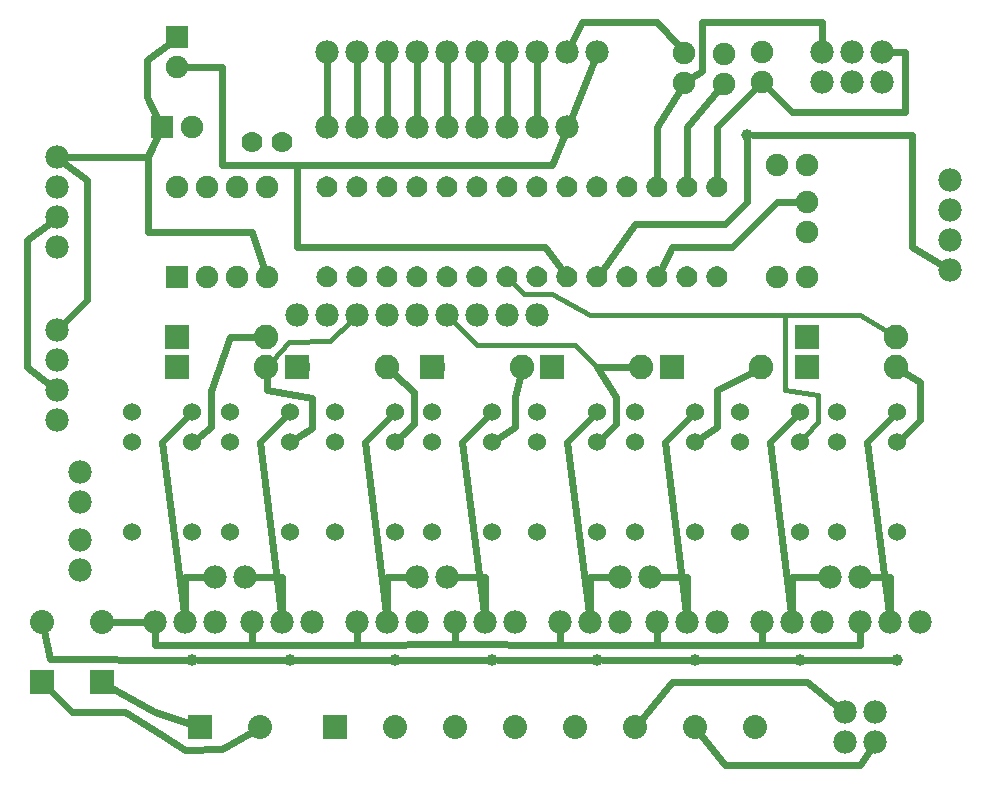
<source format=gbl>
G04 MADE WITH FRITZING*
G04 WWW.FRITZING.ORG*
G04 DOUBLE SIDED*
G04 HOLES PLATED*
G04 CONTOUR ON CENTER OF CONTOUR VECTOR*
%ASAXBY*%
%FSLAX23Y23*%
%MOIN*%
%OFA0B0*%
%SFA1.0B1.0*%
%ADD10C,0.080000*%
%ADD11C,0.039370*%
%ADD12C,0.078000*%
%ADD13C,0.075000*%
%ADD14C,0.060000*%
%ADD15C,0.070000*%
%ADD16C,0.082000*%
%ADD17C,0.078007*%
%ADD18R,0.080000X0.080000*%
%ADD19R,0.075000X0.075000*%
%ADD20R,0.082000X0.082000*%
%ADD21C,0.024000*%
%ADD22C,0.016000*%
%ADD23R,0.001000X0.001000*%
%LNCOPPER0*%
G90*
G70*
G54D10*
X300Y393D03*
X300Y593D03*
X100Y393D03*
X100Y593D03*
G54D11*
X2625Y468D03*
X2950Y468D03*
X2275Y468D03*
X1950Y468D03*
X1600Y468D03*
X1275Y468D03*
X925Y468D03*
X600Y468D03*
G54D12*
X2825Y593D03*
X2925Y593D03*
X3025Y593D03*
X2500Y593D03*
X2600Y593D03*
X2700Y593D03*
X2150Y593D03*
X2250Y593D03*
X2350Y593D03*
X1825Y593D03*
X1925Y593D03*
X2025Y593D03*
X1475Y593D03*
X1575Y593D03*
X1675Y593D03*
X1150Y593D03*
X1250Y593D03*
X1350Y593D03*
X800Y593D03*
X900Y593D03*
X1000Y593D03*
X475Y593D03*
X575Y593D03*
X675Y593D03*
G54D10*
X1075Y243D03*
X1275Y243D03*
X1475Y243D03*
X1675Y243D03*
X1875Y243D03*
X2075Y243D03*
X2275Y243D03*
X2475Y243D03*
X625Y243D03*
X825Y243D03*
G54D12*
X2725Y743D03*
X2825Y743D03*
X2025Y743D03*
X2125Y743D03*
X1350Y743D03*
X1450Y743D03*
X675Y743D03*
X775Y743D03*
X225Y868D03*
X225Y768D03*
X225Y993D03*
X225Y1093D03*
X2775Y193D03*
X2775Y293D03*
X2875Y193D03*
X2875Y293D03*
G54D13*
X550Y2543D03*
X550Y2443D03*
X500Y2243D03*
X600Y2243D03*
G54D11*
X2450Y2218D03*
G54D14*
X2950Y893D03*
X2950Y1193D03*
X2950Y1293D03*
X2750Y1293D03*
X2750Y893D03*
X2750Y1193D03*
X2625Y893D03*
X2625Y1193D03*
X2625Y1293D03*
X2425Y1293D03*
X2425Y893D03*
X2425Y1193D03*
X2275Y893D03*
X2275Y1193D03*
X2275Y1293D03*
X2075Y1293D03*
X2075Y893D03*
X2075Y1193D03*
X1950Y893D03*
X1950Y1193D03*
X1950Y1293D03*
X1750Y1293D03*
X1750Y893D03*
X1750Y1193D03*
X1600Y893D03*
X1600Y1193D03*
X1600Y1293D03*
X1400Y1293D03*
X1400Y893D03*
X1400Y1193D03*
X1275Y893D03*
X1275Y1193D03*
X1275Y1293D03*
X1075Y1293D03*
X1075Y893D03*
X1075Y1193D03*
X925Y893D03*
X925Y1193D03*
X925Y1293D03*
X725Y1293D03*
X725Y893D03*
X725Y1193D03*
X600Y893D03*
X600Y1193D03*
X600Y1293D03*
X400Y1293D03*
X400Y893D03*
X400Y1193D03*
G54D15*
X1050Y1743D03*
X2250Y2043D03*
X1150Y1743D03*
X2350Y2043D03*
X1250Y1743D03*
X1350Y1743D03*
X1450Y1743D03*
X1550Y1743D03*
X2350Y1743D03*
X2250Y1743D03*
X2150Y1743D03*
X2050Y1743D03*
X1650Y1743D03*
X1850Y1743D03*
X1750Y1743D03*
X1950Y1743D03*
X1850Y2043D03*
X1950Y2043D03*
X2050Y2043D03*
X2150Y2043D03*
X1650Y2043D03*
X1750Y2043D03*
X1250Y2043D03*
X1350Y2043D03*
X1450Y2043D03*
X1550Y2043D03*
X1050Y2043D03*
X1150Y2043D03*
G54D13*
X550Y1743D03*
X550Y2043D03*
X650Y1743D03*
X650Y2043D03*
X750Y1743D03*
X750Y2043D03*
X850Y1743D03*
X850Y2043D03*
G54D15*
X900Y2193D03*
X800Y2193D03*
G54D13*
X2650Y1743D03*
X2550Y1743D03*
X2650Y1893D03*
X2650Y1993D03*
G54D16*
X2650Y1443D03*
X2948Y1443D03*
X2650Y1543D03*
X2948Y1543D03*
X2200Y1443D03*
X2498Y1443D03*
X1800Y1443D03*
X2098Y1443D03*
X1402Y1443D03*
X1700Y1443D03*
X952Y1443D03*
X1250Y1443D03*
X550Y1443D03*
X848Y1443D03*
X550Y1543D03*
X848Y1543D03*
G54D12*
X1950Y2493D03*
X1850Y2493D03*
X1750Y2493D03*
X1650Y2493D03*
X1550Y2493D03*
X1450Y2493D03*
X1350Y2493D03*
X1250Y2493D03*
X1150Y2493D03*
X1050Y2493D03*
G54D13*
X2550Y2118D03*
X2650Y2118D03*
G54D17*
X950Y1618D03*
X1050Y1618D03*
X1150Y1618D03*
X1250Y1618D03*
X1350Y1618D03*
X1450Y1618D03*
X1551Y1618D03*
X1651Y1618D03*
X1751Y1618D03*
X1850Y2243D03*
X1750Y2243D03*
X1650Y2243D03*
X1550Y2243D03*
X1450Y2243D03*
X1350Y2243D03*
X1250Y2243D03*
X1150Y2243D03*
X1050Y2243D03*
G54D13*
X2240Y2390D03*
X2240Y2490D03*
X2500Y2393D03*
X2500Y2493D03*
X2372Y2388D03*
X2372Y2488D03*
G54D12*
X2700Y2393D03*
X2800Y2393D03*
X2900Y2393D03*
X2700Y2393D03*
X2800Y2393D03*
X2900Y2393D03*
X2900Y2493D03*
X2800Y2493D03*
X2700Y2493D03*
X3125Y1768D03*
X3125Y1868D03*
X3125Y1968D03*
X3125Y2068D03*
X150Y1568D03*
X150Y1468D03*
X150Y1368D03*
X150Y1268D03*
X150Y2143D03*
X150Y2043D03*
X150Y1943D03*
X150Y1843D03*
G54D18*
X300Y393D03*
X100Y393D03*
X1075Y243D03*
X625Y243D03*
G54D19*
X550Y2543D03*
X500Y2243D03*
X550Y1743D03*
G54D20*
X2649Y1443D03*
X2649Y1543D03*
X2199Y1443D03*
X1799Y1443D03*
X1401Y1443D03*
X951Y1443D03*
X549Y1443D03*
X549Y1543D03*
G54D21*
X475Y293D02*
X596Y252D01*
D02*
X327Y377D02*
X475Y293D01*
D02*
X200Y293D02*
X376Y293D01*
D02*
X500Y217D02*
X576Y167D01*
D02*
X576Y167D02*
X700Y169D01*
D02*
X376Y293D02*
X500Y217D01*
D02*
X700Y169D02*
X799Y227D01*
D02*
X122Y371D02*
X200Y293D01*
D02*
X125Y469D02*
X106Y562D01*
D02*
X581Y468D02*
X125Y469D01*
D02*
X332Y593D02*
X445Y593D01*
D02*
X500Y1193D02*
X578Y1271D01*
D02*
X572Y622D02*
X500Y1193D01*
D02*
X826Y1193D02*
X904Y1271D01*
D02*
X897Y622D02*
X826Y1193D01*
D02*
X1175Y1193D02*
X1247Y622D01*
D02*
X1253Y1271D02*
X1175Y1193D01*
D02*
X1500Y1193D02*
X1572Y622D01*
D02*
X1578Y1271D02*
X1500Y1193D01*
D02*
X1922Y622D02*
X1850Y1193D01*
D02*
X1850Y1193D02*
X1928Y1271D01*
D02*
X2175Y1193D02*
X2253Y1271D01*
D02*
X2247Y622D02*
X2175Y1193D01*
D02*
X2525Y1193D02*
X2597Y622D01*
D02*
X2603Y1271D02*
X2525Y1193D01*
D02*
X1150Y517D02*
X1150Y562D01*
D02*
X800Y517D02*
X800Y562D01*
D02*
X1150Y517D02*
X800Y517D01*
D02*
X476Y517D02*
X476Y562D01*
D02*
X800Y517D02*
X476Y517D01*
D02*
X1476Y519D02*
X1476Y562D01*
D02*
X1150Y517D02*
X1476Y519D01*
D02*
X1826Y517D02*
X1826Y562D01*
D02*
X1476Y519D02*
X1826Y517D01*
D02*
X2150Y517D02*
X2150Y562D01*
D02*
X1826Y517D02*
X2150Y517D01*
D02*
X2500Y517D02*
X2500Y562D01*
D02*
X2150Y517D02*
X2500Y517D01*
D02*
X2825Y517D02*
X2825Y562D01*
D02*
X2500Y517D02*
X2825Y517D01*
D02*
X906Y468D02*
X619Y468D01*
D02*
X1256Y468D02*
X944Y468D01*
D02*
X1294Y468D02*
X1581Y468D01*
D02*
X1619Y468D02*
X1931Y468D01*
D02*
X1969Y468D02*
X2256Y468D01*
D02*
X2294Y468D02*
X2606Y468D01*
D02*
X2644Y468D02*
X2931Y468D01*
D02*
X2651Y392D02*
X2752Y311D01*
D02*
X2200Y393D02*
X2651Y392D01*
D02*
X2095Y267D02*
X2200Y393D01*
D02*
X2376Y118D02*
X2825Y118D01*
D02*
X2825Y118D02*
X2859Y168D01*
D02*
X2295Y218D02*
X2376Y118D01*
D02*
X2972Y1215D02*
X3025Y1267D01*
D02*
X3025Y1393D02*
X2975Y1425D01*
D02*
X3025Y1267D02*
X3025Y1393D01*
D02*
X2850Y1193D02*
X2922Y622D01*
D02*
X2928Y1271D02*
X2850Y1193D01*
D02*
X2600Y623D02*
X2600Y743D01*
D02*
X2600Y743D02*
X2695Y743D01*
D02*
X1925Y743D02*
X1995Y743D01*
D02*
X1925Y623D02*
X1925Y743D01*
D02*
X2925Y743D02*
X2856Y743D01*
D02*
X2925Y623D02*
X2925Y743D01*
D02*
X2250Y743D02*
X2250Y623D01*
D02*
X2156Y743D02*
X2250Y743D01*
D02*
X1576Y743D02*
X1481Y743D01*
D02*
X1576Y623D02*
X1576Y743D01*
D02*
X1250Y743D02*
X1320Y743D01*
D02*
X1250Y623D02*
X1250Y743D01*
D02*
X900Y743D02*
X806Y743D01*
D02*
X900Y623D02*
X900Y743D01*
D02*
X575Y743D02*
X575Y623D01*
D02*
X645Y743D02*
X575Y743D01*
D02*
X451Y2342D02*
X450Y2467D01*
D02*
X450Y2467D02*
X528Y2525D01*
D02*
X488Y2268D02*
X451Y2342D01*
D02*
X451Y2142D02*
X488Y2217D01*
D02*
X181Y2143D02*
X451Y2142D01*
G54D22*
D02*
X1060Y1530D02*
X923Y1528D01*
D02*
X923Y1528D02*
X866Y1463D01*
D02*
X1133Y1601D02*
X1060Y1530D01*
D02*
X2575Y1618D02*
X1926Y1618D01*
D02*
X1926Y1618D02*
X1800Y1688D01*
D02*
X2826Y1618D02*
X2575Y1618D01*
D02*
X1800Y1688D02*
X1707Y1688D01*
D02*
X1707Y1688D02*
X1665Y1728D01*
D02*
X2926Y1557D02*
X2826Y1618D01*
D02*
X2688Y1351D02*
X2687Y1261D01*
D02*
X2575Y1367D02*
X2688Y1351D01*
D02*
X2687Y1261D02*
X2643Y1212D01*
D02*
X2575Y1618D02*
X2575Y1367D01*
G54D21*
D02*
X3000Y1842D02*
X3100Y1783D01*
D02*
X3000Y2218D02*
X3000Y1842D01*
D02*
X2469Y2218D02*
X3000Y2218D01*
G54D22*
D02*
X1950Y1442D02*
X2072Y1442D01*
D02*
X1875Y1518D02*
X1950Y1442D01*
D02*
X1550Y1518D02*
X1875Y1518D01*
D02*
X1468Y1600D02*
X1550Y1518D01*
G54D21*
D02*
X1951Y1442D02*
X2066Y1442D01*
D02*
X2012Y1344D02*
X1951Y1442D01*
D02*
X2013Y1252D02*
X2012Y1344D01*
D02*
X1973Y1214D02*
X2013Y1252D01*
D02*
X1550Y2462D02*
X1550Y2273D01*
D02*
X1150Y2462D02*
X1150Y2273D01*
D02*
X1350Y2462D02*
X1350Y2273D01*
D02*
X1650Y2462D02*
X1650Y2273D01*
D02*
X1450Y2462D02*
X1450Y2273D01*
D02*
X1050Y2462D02*
X1050Y2273D01*
D02*
X1750Y2462D02*
X1750Y2273D01*
D02*
X1250Y2462D02*
X1250Y2273D01*
D02*
X1298Y1214D02*
X1340Y1255D01*
D02*
X1340Y1255D02*
X1340Y1359D01*
D02*
X1340Y1359D02*
X1274Y1421D01*
D02*
X126Y1385D02*
X50Y1442D01*
D02*
X50Y1442D02*
X51Y1867D01*
D02*
X51Y1867D02*
X126Y1924D01*
D02*
X952Y1210D02*
X1000Y1241D01*
D02*
X1000Y1241D02*
X1000Y1341D01*
D02*
X851Y1367D02*
X850Y1411D01*
D02*
X1000Y1341D02*
X851Y1367D01*
D02*
X2151Y2069D02*
X2151Y2242D01*
D02*
X2151Y2242D02*
X2226Y2366D01*
D02*
X2700Y2523D02*
X2700Y2593D01*
D02*
X2700Y2593D02*
X2300Y2593D01*
D02*
X2300Y2593D02*
X2301Y2430D01*
D02*
X2301Y2430D02*
X2264Y2406D01*
D02*
X2350Y2069D02*
X2350Y2242D01*
D02*
X2350Y2242D02*
X2480Y2372D01*
D02*
X2931Y2493D02*
X2976Y2493D01*
D02*
X2976Y2493D02*
X2976Y2293D01*
D02*
X2976Y2293D02*
X2600Y2293D01*
D02*
X2600Y2293D02*
X2521Y2372D01*
D02*
X2251Y2243D02*
X2353Y2366D01*
D02*
X2251Y2069D02*
X2251Y2243D01*
D02*
X664Y1364D02*
X726Y1543D01*
D02*
X662Y1243D02*
X664Y1364D01*
D02*
X625Y1212D02*
X662Y1243D01*
D02*
X726Y1543D02*
X816Y1543D01*
D02*
X2162Y1766D02*
X2200Y1843D01*
D02*
X2550Y1993D02*
X2622Y1993D01*
D02*
X2400Y1843D02*
X2550Y1993D01*
D02*
X2200Y1843D02*
X2400Y1843D01*
D02*
X1864Y2520D02*
X1900Y2593D01*
D02*
X2150Y2593D02*
X2222Y2512D01*
D02*
X1900Y2593D02*
X2150Y2593D01*
D02*
X1966Y1764D02*
X2076Y1919D01*
D02*
X2076Y1919D02*
X2376Y1919D01*
D02*
X2450Y1993D02*
X2450Y2199D01*
D02*
X2376Y1919D02*
X2450Y1993D01*
D02*
X172Y1589D02*
X250Y1667D01*
D02*
X250Y1667D02*
X250Y2067D01*
D02*
X250Y2067D02*
X174Y2124D01*
D02*
X841Y1770D02*
X800Y1893D01*
D02*
X800Y1893D02*
X452Y1893D01*
D02*
X452Y1893D02*
X452Y2144D01*
D02*
X452Y2144D02*
X488Y2217D01*
D02*
X1835Y1764D02*
X1776Y1843D01*
D02*
X1839Y2215D02*
X1800Y2118D01*
D02*
X1800Y2118D02*
X950Y2118D01*
D02*
X950Y2118D02*
X950Y1843D01*
D02*
X950Y1843D02*
X1776Y1843D01*
D02*
X1939Y2465D02*
X1862Y2271D01*
D02*
X579Y2442D02*
X700Y2442D01*
D02*
X700Y2442D02*
X700Y2118D01*
D02*
X700Y2118D02*
X950Y2118D01*
D02*
X1675Y1243D02*
X1676Y1343D01*
D02*
X1676Y1343D02*
X1693Y1411D01*
D02*
X1626Y1210D02*
X1675Y1243D01*
D02*
X2351Y1367D02*
X2350Y1243D01*
D02*
X2350Y1243D02*
X2301Y1210D01*
D02*
X2470Y1428D02*
X2351Y1367D01*
G54D23*
X1045Y2078D02*
X1054Y2078D01*
X1145Y2078D02*
X1154Y2078D01*
X1245Y2078D02*
X1254Y2078D01*
X1345Y2078D02*
X1354Y2078D01*
X1445Y2078D02*
X1454Y2078D01*
X1545Y2078D02*
X1554Y2078D01*
X1645Y2078D02*
X1654Y2078D01*
X1745Y2078D02*
X1754Y2078D01*
X1845Y2078D02*
X1854Y2078D01*
X1945Y2078D02*
X1954Y2078D01*
X2045Y2078D02*
X2054Y2078D01*
X2145Y2078D02*
X2154Y2078D01*
X2245Y2078D02*
X2254Y2078D01*
X2345Y2078D02*
X2354Y2078D01*
X1041Y2077D02*
X1059Y2077D01*
X1141Y2077D02*
X1159Y2077D01*
X1241Y2077D02*
X1259Y2077D01*
X1341Y2077D02*
X1359Y2077D01*
X1441Y2077D02*
X1459Y2077D01*
X1541Y2077D02*
X1559Y2077D01*
X1641Y2077D02*
X1659Y2077D01*
X1741Y2077D02*
X1758Y2077D01*
X1841Y2077D02*
X1858Y2077D01*
X1941Y2077D02*
X1958Y2077D01*
X2041Y2077D02*
X2058Y2077D01*
X2141Y2077D02*
X2158Y2077D01*
X2241Y2077D02*
X2258Y2077D01*
X2341Y2077D02*
X2358Y2077D01*
X1038Y2076D02*
X1062Y2076D01*
X1138Y2076D02*
X1162Y2076D01*
X1238Y2076D02*
X1262Y2076D01*
X1338Y2076D02*
X1361Y2076D01*
X1438Y2076D02*
X1461Y2076D01*
X1538Y2076D02*
X1561Y2076D01*
X1638Y2076D02*
X1661Y2076D01*
X1738Y2076D02*
X1761Y2076D01*
X1838Y2076D02*
X1861Y2076D01*
X1938Y2076D02*
X1961Y2076D01*
X2038Y2076D02*
X2061Y2076D01*
X2138Y2076D02*
X2161Y2076D01*
X2238Y2076D02*
X2261Y2076D01*
X2338Y2076D02*
X2361Y2076D01*
X1036Y2075D02*
X1064Y2075D01*
X1135Y2075D02*
X1164Y2075D01*
X1235Y2075D02*
X1264Y2075D01*
X1335Y2075D02*
X1364Y2075D01*
X1435Y2075D02*
X1464Y2075D01*
X1535Y2075D02*
X1564Y2075D01*
X1635Y2075D02*
X1664Y2075D01*
X1735Y2075D02*
X1764Y2075D01*
X1835Y2075D02*
X1864Y2075D01*
X1935Y2075D02*
X1964Y2075D01*
X2035Y2075D02*
X2064Y2075D01*
X2135Y2075D02*
X2164Y2075D01*
X2235Y2075D02*
X2264Y2075D01*
X2335Y2075D02*
X2364Y2075D01*
X1033Y2074D02*
X1066Y2074D01*
X1133Y2074D02*
X1166Y2074D01*
X1233Y2074D02*
X1266Y2074D01*
X1333Y2074D02*
X1366Y2074D01*
X1433Y2074D02*
X1466Y2074D01*
X1533Y2074D02*
X1566Y2074D01*
X1633Y2074D02*
X1666Y2074D01*
X1733Y2074D02*
X1766Y2074D01*
X1833Y2074D02*
X1866Y2074D01*
X1933Y2074D02*
X1966Y2074D01*
X2033Y2074D02*
X2066Y2074D01*
X2133Y2074D02*
X2166Y2074D01*
X2233Y2074D02*
X2266Y2074D01*
X2333Y2074D02*
X2366Y2074D01*
X1032Y2073D02*
X1068Y2073D01*
X1132Y2073D02*
X1168Y2073D01*
X1232Y2073D02*
X1268Y2073D01*
X1332Y2073D02*
X1368Y2073D01*
X1432Y2073D02*
X1468Y2073D01*
X1532Y2073D02*
X1568Y2073D01*
X1632Y2073D02*
X1668Y2073D01*
X1732Y2073D02*
X1768Y2073D01*
X1832Y2073D02*
X1868Y2073D01*
X1932Y2073D02*
X1968Y2073D01*
X2032Y2073D02*
X2067Y2073D01*
X2132Y2073D02*
X2167Y2073D01*
X2231Y2073D02*
X2267Y2073D01*
X2331Y2073D02*
X2367Y2073D01*
X1030Y2072D02*
X1069Y2072D01*
X1130Y2072D02*
X1169Y2072D01*
X1230Y2072D02*
X1269Y2072D01*
X1330Y2072D02*
X1369Y2072D01*
X1430Y2072D02*
X1469Y2072D01*
X1530Y2072D02*
X1569Y2072D01*
X1630Y2072D02*
X1669Y2072D01*
X1730Y2072D02*
X1769Y2072D01*
X1830Y2072D02*
X1869Y2072D01*
X1930Y2072D02*
X1969Y2072D01*
X2030Y2072D02*
X2069Y2072D01*
X2130Y2072D02*
X2169Y2072D01*
X2230Y2072D02*
X2269Y2072D01*
X2330Y2072D02*
X2369Y2072D01*
X1029Y2071D02*
X1071Y2071D01*
X1129Y2071D02*
X1171Y2071D01*
X1229Y2071D02*
X1271Y2071D01*
X1329Y2071D02*
X1371Y2071D01*
X1429Y2071D02*
X1471Y2071D01*
X1529Y2071D02*
X1571Y2071D01*
X1629Y2071D02*
X1671Y2071D01*
X1729Y2071D02*
X1771Y2071D01*
X1829Y2071D02*
X1871Y2071D01*
X1929Y2071D02*
X1971Y2071D01*
X2029Y2071D02*
X2070Y2071D01*
X2129Y2071D02*
X2170Y2071D01*
X2228Y2071D02*
X2270Y2071D01*
X2328Y2071D02*
X2370Y2071D01*
X1027Y2070D02*
X1072Y2070D01*
X1127Y2070D02*
X1172Y2070D01*
X1227Y2070D02*
X1272Y2070D01*
X1327Y2070D02*
X1372Y2070D01*
X1427Y2070D02*
X1472Y2070D01*
X1527Y2070D02*
X1572Y2070D01*
X1627Y2070D02*
X1672Y2070D01*
X1727Y2070D02*
X1772Y2070D01*
X1827Y2070D02*
X1872Y2070D01*
X1927Y2070D02*
X1972Y2070D01*
X2027Y2070D02*
X2072Y2070D01*
X2127Y2070D02*
X2172Y2070D01*
X2227Y2070D02*
X2272Y2070D01*
X2327Y2070D02*
X2372Y2070D01*
X1026Y2069D02*
X1073Y2069D01*
X1126Y2069D02*
X1173Y2069D01*
X1226Y2069D02*
X1273Y2069D01*
X1326Y2069D02*
X1373Y2069D01*
X1426Y2069D02*
X1473Y2069D01*
X1526Y2069D02*
X1573Y2069D01*
X1626Y2069D02*
X1673Y2069D01*
X1726Y2069D02*
X1773Y2069D01*
X1826Y2069D02*
X1873Y2069D01*
X1926Y2069D02*
X1973Y2069D01*
X2026Y2069D02*
X2073Y2069D01*
X2126Y2069D02*
X2173Y2069D01*
X2226Y2069D02*
X2273Y2069D01*
X2326Y2069D02*
X2373Y2069D01*
X1025Y2068D02*
X1074Y2068D01*
X1125Y2068D02*
X1174Y2068D01*
X1225Y2068D02*
X1274Y2068D01*
X1325Y2068D02*
X1374Y2068D01*
X1425Y2068D02*
X1474Y2068D01*
X1525Y2068D02*
X1574Y2068D01*
X1625Y2068D02*
X1674Y2068D01*
X1725Y2068D02*
X1774Y2068D01*
X1825Y2068D02*
X1874Y2068D01*
X1925Y2068D02*
X1974Y2068D01*
X2025Y2068D02*
X2074Y2068D01*
X2125Y2068D02*
X2174Y2068D01*
X2225Y2068D02*
X2274Y2068D01*
X2325Y2068D02*
X2374Y2068D01*
X1024Y2067D02*
X1075Y2067D01*
X1124Y2067D02*
X1175Y2067D01*
X1224Y2067D02*
X1275Y2067D01*
X1324Y2067D02*
X1375Y2067D01*
X1424Y2067D02*
X1475Y2067D01*
X1524Y2067D02*
X1575Y2067D01*
X1624Y2067D02*
X1675Y2067D01*
X1724Y2067D02*
X1775Y2067D01*
X1824Y2067D02*
X1875Y2067D01*
X1924Y2067D02*
X1975Y2067D01*
X2024Y2067D02*
X2075Y2067D01*
X2124Y2067D02*
X2175Y2067D01*
X2224Y2067D02*
X2275Y2067D01*
X2324Y2067D02*
X2375Y2067D01*
X1024Y2066D02*
X1076Y2066D01*
X1123Y2066D02*
X1176Y2066D01*
X1223Y2066D02*
X1276Y2066D01*
X1323Y2066D02*
X1376Y2066D01*
X1423Y2066D02*
X1476Y2066D01*
X1523Y2066D02*
X1576Y2066D01*
X1623Y2066D02*
X1676Y2066D01*
X1723Y2066D02*
X1776Y2066D01*
X1823Y2066D02*
X1876Y2066D01*
X1923Y2066D02*
X1976Y2066D01*
X2023Y2066D02*
X2076Y2066D01*
X2123Y2066D02*
X2176Y2066D01*
X2223Y2066D02*
X2276Y2066D01*
X2323Y2066D02*
X2376Y2066D01*
X1023Y2065D02*
X1077Y2065D01*
X1123Y2065D02*
X1177Y2065D01*
X1223Y2065D02*
X1277Y2065D01*
X1323Y2065D02*
X1377Y2065D01*
X1423Y2065D02*
X1477Y2065D01*
X1523Y2065D02*
X1577Y2065D01*
X1623Y2065D02*
X1677Y2065D01*
X1723Y2065D02*
X1777Y2065D01*
X1823Y2065D02*
X1877Y2065D01*
X1923Y2065D02*
X1977Y2065D01*
X2023Y2065D02*
X2076Y2065D01*
X2123Y2065D02*
X2176Y2065D01*
X2222Y2065D02*
X2276Y2065D01*
X2322Y2065D02*
X2376Y2065D01*
X1022Y2064D02*
X1077Y2064D01*
X1122Y2064D02*
X1177Y2064D01*
X1222Y2064D02*
X1277Y2064D01*
X1322Y2064D02*
X1377Y2064D01*
X1422Y2064D02*
X1477Y2064D01*
X1522Y2064D02*
X1577Y2064D01*
X1622Y2064D02*
X1677Y2064D01*
X1722Y2064D02*
X1777Y2064D01*
X1822Y2064D02*
X1877Y2064D01*
X1922Y2064D02*
X1977Y2064D01*
X2022Y2064D02*
X2077Y2064D01*
X2122Y2064D02*
X2177Y2064D01*
X2222Y2064D02*
X2277Y2064D01*
X2322Y2064D02*
X2377Y2064D01*
X1021Y2063D02*
X1078Y2063D01*
X1121Y2063D02*
X1178Y2063D01*
X1221Y2063D02*
X1278Y2063D01*
X1321Y2063D02*
X1378Y2063D01*
X1421Y2063D02*
X1478Y2063D01*
X1521Y2063D02*
X1578Y2063D01*
X1621Y2063D02*
X1678Y2063D01*
X1721Y2063D02*
X1778Y2063D01*
X1821Y2063D02*
X1878Y2063D01*
X1921Y2063D02*
X1978Y2063D01*
X2021Y2063D02*
X2078Y2063D01*
X2121Y2063D02*
X2178Y2063D01*
X2221Y2063D02*
X2278Y2063D01*
X2321Y2063D02*
X2378Y2063D01*
X1021Y2062D02*
X1079Y2062D01*
X1121Y2062D02*
X1179Y2062D01*
X1221Y2062D02*
X1279Y2062D01*
X1321Y2062D02*
X1379Y2062D01*
X1421Y2062D02*
X1479Y2062D01*
X1521Y2062D02*
X1579Y2062D01*
X1621Y2062D02*
X1679Y2062D01*
X1721Y2062D02*
X1779Y2062D01*
X1821Y2062D02*
X1879Y2062D01*
X1921Y2062D02*
X1979Y2062D01*
X2021Y2062D02*
X2079Y2062D01*
X2120Y2062D02*
X2178Y2062D01*
X2220Y2062D02*
X2278Y2062D01*
X2320Y2062D02*
X2378Y2062D01*
X1020Y2061D02*
X1079Y2061D01*
X1120Y2061D02*
X1179Y2061D01*
X1220Y2061D02*
X1279Y2061D01*
X1320Y2061D02*
X1379Y2061D01*
X1420Y2061D02*
X1479Y2061D01*
X1520Y2061D02*
X1579Y2061D01*
X1620Y2061D02*
X1679Y2061D01*
X1720Y2061D02*
X1779Y2061D01*
X1820Y2061D02*
X1879Y2061D01*
X1920Y2061D02*
X1979Y2061D01*
X2020Y2061D02*
X2079Y2061D01*
X2120Y2061D02*
X2179Y2061D01*
X2220Y2061D02*
X2279Y2061D01*
X2320Y2061D02*
X2379Y2061D01*
X1020Y2060D02*
X1080Y2060D01*
X1120Y2060D02*
X1180Y2060D01*
X1220Y2060D02*
X1280Y2060D01*
X1320Y2060D02*
X1380Y2060D01*
X1419Y2060D02*
X1480Y2060D01*
X1519Y2060D02*
X1580Y2060D01*
X1619Y2060D02*
X1680Y2060D01*
X1719Y2060D02*
X1780Y2060D01*
X1819Y2060D02*
X1880Y2060D01*
X1919Y2060D02*
X1980Y2060D01*
X2019Y2060D02*
X2080Y2060D01*
X2119Y2060D02*
X2180Y2060D01*
X2219Y2060D02*
X2280Y2060D01*
X2319Y2060D02*
X2380Y2060D01*
X1019Y2059D02*
X1080Y2059D01*
X1119Y2059D02*
X1180Y2059D01*
X1219Y2059D02*
X1280Y2059D01*
X1319Y2059D02*
X1380Y2059D01*
X1419Y2059D02*
X1480Y2059D01*
X1519Y2059D02*
X1580Y2059D01*
X1619Y2059D02*
X1680Y2059D01*
X1719Y2059D02*
X1780Y2059D01*
X1819Y2059D02*
X1880Y2059D01*
X1919Y2059D02*
X1980Y2059D01*
X2019Y2059D02*
X2080Y2059D01*
X2119Y2059D02*
X2180Y2059D01*
X2219Y2059D02*
X2280Y2059D01*
X2319Y2059D02*
X2380Y2059D01*
X1019Y2058D02*
X1045Y2058D01*
X1054Y2058D02*
X1081Y2058D01*
X1119Y2058D02*
X1145Y2058D01*
X1154Y2058D02*
X1181Y2058D01*
X1219Y2058D02*
X1245Y2058D01*
X1254Y2058D02*
X1281Y2058D01*
X1319Y2058D02*
X1345Y2058D01*
X1354Y2058D02*
X1381Y2058D01*
X1419Y2058D02*
X1445Y2058D01*
X1454Y2058D02*
X1481Y2058D01*
X1519Y2058D02*
X1545Y2058D01*
X1554Y2058D02*
X1581Y2058D01*
X1618Y2058D02*
X1645Y2058D01*
X1654Y2058D02*
X1681Y2058D01*
X1718Y2058D02*
X1745Y2058D01*
X1754Y2058D02*
X1781Y2058D01*
X1818Y2058D02*
X1845Y2058D01*
X1854Y2058D02*
X1881Y2058D01*
X1918Y2058D02*
X1945Y2058D01*
X1954Y2058D02*
X1981Y2058D01*
X2018Y2058D02*
X2045Y2058D01*
X2054Y2058D02*
X2081Y2058D01*
X2118Y2058D02*
X2145Y2058D01*
X2154Y2058D02*
X2181Y2058D01*
X2218Y2058D02*
X2245Y2058D01*
X2254Y2058D02*
X2281Y2058D01*
X2318Y2058D02*
X2345Y2058D01*
X2354Y2058D02*
X2381Y2058D01*
X1018Y2057D02*
X1042Y2057D01*
X1057Y2057D02*
X1081Y2057D01*
X1118Y2057D02*
X1142Y2057D01*
X1157Y2057D02*
X1181Y2057D01*
X1218Y2057D02*
X1242Y2057D01*
X1257Y2057D02*
X1281Y2057D01*
X1318Y2057D02*
X1342Y2057D01*
X1357Y2057D02*
X1381Y2057D01*
X1418Y2057D02*
X1442Y2057D01*
X1457Y2057D02*
X1481Y2057D01*
X1518Y2057D02*
X1542Y2057D01*
X1557Y2057D02*
X1581Y2057D01*
X1618Y2057D02*
X1642Y2057D01*
X1657Y2057D02*
X1681Y2057D01*
X1718Y2057D02*
X1742Y2057D01*
X1757Y2057D02*
X1781Y2057D01*
X1818Y2057D02*
X1842Y2057D01*
X1857Y2057D02*
X1881Y2057D01*
X1918Y2057D02*
X1942Y2057D01*
X1957Y2057D02*
X1981Y2057D01*
X2018Y2057D02*
X2042Y2057D01*
X2057Y2057D02*
X2081Y2057D01*
X2118Y2057D02*
X2142Y2057D01*
X2157Y2057D02*
X2181Y2057D01*
X2218Y2057D02*
X2242Y2057D01*
X2257Y2057D02*
X2281Y2057D01*
X2318Y2057D02*
X2342Y2057D01*
X2357Y2057D02*
X2381Y2057D01*
X1018Y2056D02*
X1041Y2056D01*
X1059Y2056D02*
X1082Y2056D01*
X1118Y2056D02*
X1141Y2056D01*
X1159Y2056D02*
X1182Y2056D01*
X1218Y2056D02*
X1241Y2056D01*
X1259Y2056D02*
X1282Y2056D01*
X1318Y2056D02*
X1341Y2056D01*
X1359Y2056D02*
X1382Y2056D01*
X1418Y2056D02*
X1441Y2056D01*
X1459Y2056D02*
X1482Y2056D01*
X1518Y2056D02*
X1541Y2056D01*
X1559Y2056D02*
X1582Y2056D01*
X1618Y2056D02*
X1641Y2056D01*
X1658Y2056D02*
X1682Y2056D01*
X1718Y2056D02*
X1741Y2056D01*
X1758Y2056D02*
X1782Y2056D01*
X1818Y2056D02*
X1841Y2056D01*
X1858Y2056D02*
X1882Y2056D01*
X1918Y2056D02*
X1941Y2056D01*
X1958Y2056D02*
X1981Y2056D01*
X2018Y2056D02*
X2041Y2056D01*
X2058Y2056D02*
X2081Y2056D01*
X2118Y2056D02*
X2141Y2056D01*
X2158Y2056D02*
X2181Y2056D01*
X2218Y2056D02*
X2241Y2056D01*
X2258Y2056D02*
X2281Y2056D01*
X2317Y2056D02*
X2341Y2056D01*
X2358Y2056D02*
X2381Y2056D01*
X1017Y2055D02*
X1040Y2055D01*
X1060Y2055D02*
X1082Y2055D01*
X1117Y2055D02*
X1140Y2055D01*
X1160Y2055D02*
X1182Y2055D01*
X1217Y2055D02*
X1240Y2055D01*
X1260Y2055D02*
X1282Y2055D01*
X1317Y2055D02*
X1340Y2055D01*
X1360Y2055D02*
X1382Y2055D01*
X1417Y2055D02*
X1440Y2055D01*
X1460Y2055D02*
X1482Y2055D01*
X1517Y2055D02*
X1540Y2055D01*
X1560Y2055D02*
X1582Y2055D01*
X1617Y2055D02*
X1640Y2055D01*
X1660Y2055D02*
X1682Y2055D01*
X1717Y2055D02*
X1740Y2055D01*
X1760Y2055D02*
X1782Y2055D01*
X1817Y2055D02*
X1839Y2055D01*
X1860Y2055D02*
X1882Y2055D01*
X1917Y2055D02*
X1939Y2055D01*
X1960Y2055D02*
X1982Y2055D01*
X2017Y2055D02*
X2039Y2055D01*
X2060Y2055D02*
X2082Y2055D01*
X2117Y2055D02*
X2139Y2055D01*
X2160Y2055D02*
X2182Y2055D01*
X2217Y2055D02*
X2239Y2055D01*
X2260Y2055D02*
X2282Y2055D01*
X2317Y2055D02*
X2339Y2055D01*
X2360Y2055D02*
X2382Y2055D01*
X1017Y2054D02*
X1039Y2054D01*
X1061Y2054D02*
X1082Y2054D01*
X1117Y2054D02*
X1139Y2054D01*
X1161Y2054D02*
X1182Y2054D01*
X1217Y2054D02*
X1239Y2054D01*
X1261Y2054D02*
X1282Y2054D01*
X1317Y2054D02*
X1339Y2054D01*
X1361Y2054D02*
X1382Y2054D01*
X1417Y2054D02*
X1438Y2054D01*
X1461Y2054D02*
X1482Y2054D01*
X1517Y2054D02*
X1538Y2054D01*
X1561Y2054D02*
X1582Y2054D01*
X1617Y2054D02*
X1638Y2054D01*
X1661Y2054D02*
X1682Y2054D01*
X1717Y2054D02*
X1738Y2054D01*
X1761Y2054D02*
X1782Y2054D01*
X1817Y2054D02*
X1838Y2054D01*
X1861Y2054D02*
X1882Y2054D01*
X1917Y2054D02*
X1938Y2054D01*
X1961Y2054D02*
X1982Y2054D01*
X2017Y2054D02*
X2038Y2054D01*
X2061Y2054D02*
X2082Y2054D01*
X2117Y2054D02*
X2138Y2054D01*
X2161Y2054D02*
X2182Y2054D01*
X2217Y2054D02*
X2238Y2054D01*
X2261Y2054D02*
X2282Y2054D01*
X2317Y2054D02*
X2338Y2054D01*
X2361Y2054D02*
X2382Y2054D01*
X1017Y2053D02*
X1038Y2053D01*
X1062Y2053D02*
X1083Y2053D01*
X1117Y2053D02*
X1138Y2053D01*
X1162Y2053D02*
X1183Y2053D01*
X1217Y2053D02*
X1238Y2053D01*
X1262Y2053D02*
X1283Y2053D01*
X1317Y2053D02*
X1338Y2053D01*
X1362Y2053D02*
X1383Y2053D01*
X1417Y2053D02*
X1438Y2053D01*
X1462Y2053D02*
X1483Y2053D01*
X1517Y2053D02*
X1538Y2053D01*
X1562Y2053D02*
X1583Y2053D01*
X1617Y2053D02*
X1638Y2053D01*
X1662Y2053D02*
X1683Y2053D01*
X1717Y2053D02*
X1738Y2053D01*
X1762Y2053D02*
X1783Y2053D01*
X1817Y2053D02*
X1837Y2053D01*
X1862Y2053D02*
X1883Y2053D01*
X1917Y2053D02*
X1937Y2053D01*
X1962Y2053D02*
X1983Y2053D01*
X2017Y2053D02*
X2037Y2053D01*
X2062Y2053D02*
X2083Y2053D01*
X2116Y2053D02*
X2137Y2053D01*
X2162Y2053D02*
X2182Y2053D01*
X2216Y2053D02*
X2237Y2053D01*
X2262Y2053D02*
X2282Y2053D01*
X2316Y2053D02*
X2337Y2053D01*
X2361Y2053D02*
X2382Y2053D01*
X1016Y2052D02*
X1037Y2052D01*
X1063Y2052D02*
X1083Y2052D01*
X1116Y2052D02*
X1137Y2052D01*
X1163Y2052D02*
X1183Y2052D01*
X1216Y2052D02*
X1237Y2052D01*
X1263Y2052D02*
X1283Y2052D01*
X1316Y2052D02*
X1337Y2052D01*
X1363Y2052D02*
X1383Y2052D01*
X1416Y2052D02*
X1437Y2052D01*
X1463Y2052D02*
X1483Y2052D01*
X1516Y2052D02*
X1537Y2052D01*
X1563Y2052D02*
X1583Y2052D01*
X1616Y2052D02*
X1637Y2052D01*
X1663Y2052D02*
X1683Y2052D01*
X1716Y2052D02*
X1737Y2052D01*
X1762Y2052D02*
X1783Y2052D01*
X1816Y2052D02*
X1837Y2052D01*
X1862Y2052D02*
X1883Y2052D01*
X1916Y2052D02*
X1937Y2052D01*
X1962Y2052D02*
X1983Y2052D01*
X2016Y2052D02*
X2037Y2052D01*
X2062Y2052D02*
X2083Y2052D01*
X2116Y2052D02*
X2137Y2052D01*
X2162Y2052D02*
X2183Y2052D01*
X2216Y2052D02*
X2237Y2052D01*
X2262Y2052D02*
X2283Y2052D01*
X2316Y2052D02*
X2337Y2052D01*
X2362Y2052D02*
X2383Y2052D01*
X1016Y2051D02*
X1036Y2051D01*
X1063Y2051D02*
X1083Y2051D01*
X1116Y2051D02*
X1136Y2051D01*
X1163Y2051D02*
X1183Y2051D01*
X1216Y2051D02*
X1236Y2051D01*
X1263Y2051D02*
X1283Y2051D01*
X1316Y2051D02*
X1336Y2051D01*
X1363Y2051D02*
X1383Y2051D01*
X1416Y2051D02*
X1436Y2051D01*
X1463Y2051D02*
X1483Y2051D01*
X1516Y2051D02*
X1536Y2051D01*
X1563Y2051D02*
X1583Y2051D01*
X1616Y2051D02*
X1636Y2051D01*
X1663Y2051D02*
X1683Y2051D01*
X1716Y2051D02*
X1736Y2051D01*
X1763Y2051D02*
X1783Y2051D01*
X1816Y2051D02*
X1836Y2051D01*
X1863Y2051D02*
X1883Y2051D01*
X1916Y2051D02*
X1936Y2051D01*
X1963Y2051D02*
X1983Y2051D01*
X2016Y2051D02*
X2036Y2051D01*
X2063Y2051D02*
X2083Y2051D01*
X2116Y2051D02*
X2136Y2051D01*
X2163Y2051D02*
X2183Y2051D01*
X2216Y2051D02*
X2236Y2051D01*
X2263Y2051D02*
X2283Y2051D01*
X2316Y2051D02*
X2336Y2051D01*
X2363Y2051D02*
X2383Y2051D01*
X1016Y2050D02*
X1036Y2050D01*
X1064Y2050D02*
X1083Y2050D01*
X1116Y2050D02*
X1136Y2050D01*
X1164Y2050D02*
X1183Y2050D01*
X1216Y2050D02*
X1236Y2050D01*
X1264Y2050D02*
X1283Y2050D01*
X1316Y2050D02*
X1336Y2050D01*
X1364Y2050D02*
X1383Y2050D01*
X1416Y2050D02*
X1435Y2050D01*
X1464Y2050D02*
X1483Y2050D01*
X1516Y2050D02*
X1535Y2050D01*
X1564Y2050D02*
X1583Y2050D01*
X1616Y2050D02*
X1635Y2050D01*
X1664Y2050D02*
X1683Y2050D01*
X1716Y2050D02*
X1735Y2050D01*
X1764Y2050D02*
X1783Y2050D01*
X1816Y2050D02*
X1835Y2050D01*
X1864Y2050D02*
X1883Y2050D01*
X1916Y2050D02*
X1935Y2050D01*
X1964Y2050D02*
X1983Y2050D01*
X2016Y2050D02*
X2035Y2050D01*
X2064Y2050D02*
X2083Y2050D01*
X2116Y2050D02*
X2135Y2050D01*
X2164Y2050D02*
X2183Y2050D01*
X2216Y2050D02*
X2235Y2050D01*
X2264Y2050D02*
X2283Y2050D01*
X2316Y2050D02*
X2335Y2050D01*
X2364Y2050D02*
X2383Y2050D01*
X1016Y2049D02*
X1035Y2049D01*
X1064Y2049D02*
X1084Y2049D01*
X1116Y2049D02*
X1135Y2049D01*
X1164Y2049D02*
X1184Y2049D01*
X1216Y2049D02*
X1235Y2049D01*
X1264Y2049D02*
X1284Y2049D01*
X1316Y2049D02*
X1335Y2049D01*
X1364Y2049D02*
X1384Y2049D01*
X1416Y2049D02*
X1435Y2049D01*
X1464Y2049D02*
X1484Y2049D01*
X1516Y2049D02*
X1535Y2049D01*
X1564Y2049D02*
X1584Y2049D01*
X1616Y2049D02*
X1635Y2049D01*
X1664Y2049D02*
X1684Y2049D01*
X1716Y2049D02*
X1735Y2049D01*
X1764Y2049D02*
X1784Y2049D01*
X1816Y2049D02*
X1835Y2049D01*
X1864Y2049D02*
X1883Y2049D01*
X1916Y2049D02*
X1935Y2049D01*
X1964Y2049D02*
X1983Y2049D01*
X2016Y2049D02*
X2035Y2049D01*
X2064Y2049D02*
X2083Y2049D01*
X2116Y2049D02*
X2135Y2049D01*
X2164Y2049D02*
X2183Y2049D01*
X2216Y2049D02*
X2235Y2049D01*
X2264Y2049D02*
X2283Y2049D01*
X2315Y2049D02*
X2335Y2049D01*
X2364Y2049D02*
X2383Y2049D01*
X1016Y2048D02*
X1035Y2048D01*
X1065Y2048D02*
X1084Y2048D01*
X1116Y2048D02*
X1135Y2048D01*
X1165Y2048D02*
X1184Y2048D01*
X1216Y2048D02*
X1235Y2048D01*
X1265Y2048D02*
X1284Y2048D01*
X1316Y2048D02*
X1335Y2048D01*
X1365Y2048D02*
X1384Y2048D01*
X1416Y2048D02*
X1435Y2048D01*
X1465Y2048D02*
X1484Y2048D01*
X1516Y2048D02*
X1535Y2048D01*
X1565Y2048D02*
X1584Y2048D01*
X1615Y2048D02*
X1635Y2048D01*
X1664Y2048D02*
X1684Y2048D01*
X1715Y2048D02*
X1735Y2048D01*
X1764Y2048D02*
X1784Y2048D01*
X1815Y2048D02*
X1835Y2048D01*
X1864Y2048D02*
X1884Y2048D01*
X1915Y2048D02*
X1935Y2048D01*
X1964Y2048D02*
X1984Y2048D01*
X2015Y2048D02*
X2035Y2048D01*
X2064Y2048D02*
X2084Y2048D01*
X2115Y2048D02*
X2135Y2048D01*
X2164Y2048D02*
X2184Y2048D01*
X2215Y2048D02*
X2235Y2048D01*
X2264Y2048D02*
X2284Y2048D01*
X2315Y2048D02*
X2335Y2048D01*
X2364Y2048D02*
X2384Y2048D01*
X1015Y2047D02*
X1035Y2047D01*
X1065Y2047D02*
X1084Y2047D01*
X1115Y2047D02*
X1135Y2047D01*
X1165Y2047D02*
X1184Y2047D01*
X1215Y2047D02*
X1235Y2047D01*
X1265Y2047D02*
X1284Y2047D01*
X1315Y2047D02*
X1334Y2047D01*
X1365Y2047D02*
X1384Y2047D01*
X1415Y2047D02*
X1434Y2047D01*
X1465Y2047D02*
X1484Y2047D01*
X1515Y2047D02*
X1534Y2047D01*
X1565Y2047D02*
X1584Y2047D01*
X1615Y2047D02*
X1634Y2047D01*
X1665Y2047D02*
X1684Y2047D01*
X1715Y2047D02*
X1734Y2047D01*
X1765Y2047D02*
X1784Y2047D01*
X1815Y2047D02*
X1834Y2047D01*
X1865Y2047D02*
X1884Y2047D01*
X1915Y2047D02*
X1934Y2047D01*
X1965Y2047D02*
X1984Y2047D01*
X2015Y2047D02*
X2034Y2047D01*
X2065Y2047D02*
X2084Y2047D01*
X2115Y2047D02*
X2134Y2047D01*
X2165Y2047D02*
X2184Y2047D01*
X2215Y2047D02*
X2234Y2047D01*
X2265Y2047D02*
X2284Y2047D01*
X2315Y2047D02*
X2334Y2047D01*
X2365Y2047D02*
X2384Y2047D01*
X1015Y2046D02*
X1034Y2046D01*
X1065Y2046D02*
X1084Y2046D01*
X1115Y2046D02*
X1134Y2046D01*
X1165Y2046D02*
X1184Y2046D01*
X1215Y2046D02*
X1234Y2046D01*
X1265Y2046D02*
X1284Y2046D01*
X1315Y2046D02*
X1334Y2046D01*
X1365Y2046D02*
X1384Y2046D01*
X1415Y2046D02*
X1434Y2046D01*
X1465Y2046D02*
X1484Y2046D01*
X1515Y2046D02*
X1534Y2046D01*
X1565Y2046D02*
X1584Y2046D01*
X1615Y2046D02*
X1634Y2046D01*
X1665Y2046D02*
X1684Y2046D01*
X1715Y2046D02*
X1734Y2046D01*
X1765Y2046D02*
X1784Y2046D01*
X1815Y2046D02*
X1834Y2046D01*
X1865Y2046D02*
X1884Y2046D01*
X1915Y2046D02*
X1934Y2046D01*
X1965Y2046D02*
X1984Y2046D01*
X2015Y2046D02*
X2034Y2046D01*
X2065Y2046D02*
X2084Y2046D01*
X2115Y2046D02*
X2134Y2046D01*
X2165Y2046D02*
X2184Y2046D01*
X2215Y2046D02*
X2234Y2046D01*
X2265Y2046D02*
X2284Y2046D01*
X2315Y2046D02*
X2334Y2046D01*
X2365Y2046D02*
X2384Y2046D01*
X1015Y2045D02*
X1034Y2045D01*
X1065Y2045D02*
X1084Y2045D01*
X1115Y2045D02*
X1134Y2045D01*
X1165Y2045D02*
X1184Y2045D01*
X1215Y2045D02*
X1234Y2045D01*
X1265Y2045D02*
X1284Y2045D01*
X1315Y2045D02*
X1334Y2045D01*
X1365Y2045D02*
X1384Y2045D01*
X1415Y2045D02*
X1434Y2045D01*
X1465Y2045D02*
X1484Y2045D01*
X1515Y2045D02*
X1534Y2045D01*
X1565Y2045D02*
X1584Y2045D01*
X1615Y2045D02*
X1634Y2045D01*
X1665Y2045D02*
X1684Y2045D01*
X1715Y2045D02*
X1734Y2045D01*
X1765Y2045D02*
X1784Y2045D01*
X1815Y2045D02*
X1834Y2045D01*
X1865Y2045D02*
X1884Y2045D01*
X1915Y2045D02*
X1934Y2045D01*
X1965Y2045D02*
X1984Y2045D01*
X2015Y2045D02*
X2034Y2045D01*
X2065Y2045D02*
X2084Y2045D01*
X2115Y2045D02*
X2134Y2045D01*
X2165Y2045D02*
X2184Y2045D01*
X2215Y2045D02*
X2234Y2045D01*
X2265Y2045D02*
X2284Y2045D01*
X2315Y2045D02*
X2334Y2045D01*
X2365Y2045D02*
X2384Y2045D01*
X1015Y2044D02*
X1034Y2044D01*
X1065Y2044D02*
X1084Y2044D01*
X1115Y2044D02*
X1134Y2044D01*
X1165Y2044D02*
X1184Y2044D01*
X1215Y2044D02*
X1234Y2044D01*
X1265Y2044D02*
X1284Y2044D01*
X1315Y2044D02*
X1334Y2044D01*
X1365Y2044D02*
X1384Y2044D01*
X1415Y2044D02*
X1434Y2044D01*
X1465Y2044D02*
X1484Y2044D01*
X1515Y2044D02*
X1534Y2044D01*
X1565Y2044D02*
X1584Y2044D01*
X1615Y2044D02*
X1634Y2044D01*
X1665Y2044D02*
X1684Y2044D01*
X1715Y2044D02*
X1734Y2044D01*
X1765Y2044D02*
X1784Y2044D01*
X1815Y2044D02*
X1834Y2044D01*
X1865Y2044D02*
X1884Y2044D01*
X1915Y2044D02*
X1934Y2044D01*
X1965Y2044D02*
X1984Y2044D01*
X2015Y2044D02*
X2034Y2044D01*
X2065Y2044D02*
X2084Y2044D01*
X2115Y2044D02*
X2134Y2044D01*
X2165Y2044D02*
X2184Y2044D01*
X2215Y2044D02*
X2234Y2044D01*
X2265Y2044D02*
X2284Y2044D01*
X2315Y2044D02*
X2334Y2044D01*
X2365Y2044D02*
X2384Y2044D01*
X1015Y2043D02*
X1034Y2043D01*
X1065Y2043D02*
X1084Y2043D01*
X1115Y2043D02*
X1134Y2043D01*
X1165Y2043D02*
X1184Y2043D01*
X1215Y2043D02*
X1234Y2043D01*
X1265Y2043D02*
X1284Y2043D01*
X1315Y2043D02*
X1334Y2043D01*
X1365Y2043D02*
X1384Y2043D01*
X1415Y2043D02*
X1434Y2043D01*
X1465Y2043D02*
X1484Y2043D01*
X1515Y2043D02*
X1534Y2043D01*
X1565Y2043D02*
X1584Y2043D01*
X1615Y2043D02*
X1634Y2043D01*
X1665Y2043D02*
X1684Y2043D01*
X1715Y2043D02*
X1734Y2043D01*
X1765Y2043D02*
X1784Y2043D01*
X1815Y2043D02*
X1834Y2043D01*
X1865Y2043D02*
X1884Y2043D01*
X1915Y2043D02*
X1934Y2043D01*
X1965Y2043D02*
X1984Y2043D01*
X2015Y2043D02*
X2034Y2043D01*
X2065Y2043D02*
X2084Y2043D01*
X2115Y2043D02*
X2134Y2043D01*
X2165Y2043D02*
X2184Y2043D01*
X2215Y2043D02*
X2234Y2043D01*
X2265Y2043D02*
X2284Y2043D01*
X2315Y2043D02*
X2334Y2043D01*
X2365Y2043D02*
X2384Y2043D01*
X1015Y2042D02*
X1034Y2042D01*
X1065Y2042D02*
X1084Y2042D01*
X1115Y2042D02*
X1134Y2042D01*
X1165Y2042D02*
X1184Y2042D01*
X1215Y2042D02*
X1234Y2042D01*
X1265Y2042D02*
X1284Y2042D01*
X1315Y2042D02*
X1334Y2042D01*
X1365Y2042D02*
X1384Y2042D01*
X1415Y2042D02*
X1434Y2042D01*
X1465Y2042D02*
X1484Y2042D01*
X1515Y2042D02*
X1534Y2042D01*
X1565Y2042D02*
X1584Y2042D01*
X1615Y2042D02*
X1634Y2042D01*
X1665Y2042D02*
X1684Y2042D01*
X1715Y2042D02*
X1734Y2042D01*
X1765Y2042D02*
X1784Y2042D01*
X1815Y2042D02*
X1834Y2042D01*
X1865Y2042D02*
X1884Y2042D01*
X1915Y2042D02*
X1934Y2042D01*
X1965Y2042D02*
X1984Y2042D01*
X2015Y2042D02*
X2034Y2042D01*
X2065Y2042D02*
X2084Y2042D01*
X2115Y2042D02*
X2134Y2042D01*
X2165Y2042D02*
X2184Y2042D01*
X2215Y2042D02*
X2234Y2042D01*
X2265Y2042D02*
X2284Y2042D01*
X2315Y2042D02*
X2334Y2042D01*
X2365Y2042D02*
X2384Y2042D01*
X1015Y2041D02*
X1034Y2041D01*
X1065Y2041D02*
X1084Y2041D01*
X1115Y2041D02*
X1134Y2041D01*
X1165Y2041D02*
X1184Y2041D01*
X1215Y2041D02*
X1234Y2041D01*
X1265Y2041D02*
X1284Y2041D01*
X1315Y2041D02*
X1334Y2041D01*
X1365Y2041D02*
X1384Y2041D01*
X1415Y2041D02*
X1434Y2041D01*
X1465Y2041D02*
X1484Y2041D01*
X1515Y2041D02*
X1534Y2041D01*
X1565Y2041D02*
X1584Y2041D01*
X1615Y2041D02*
X1634Y2041D01*
X1665Y2041D02*
X1684Y2041D01*
X1715Y2041D02*
X1734Y2041D01*
X1765Y2041D02*
X1784Y2041D01*
X1815Y2041D02*
X1834Y2041D01*
X1865Y2041D02*
X1884Y2041D01*
X1915Y2041D02*
X1934Y2041D01*
X1965Y2041D02*
X1984Y2041D01*
X2015Y2041D02*
X2034Y2041D01*
X2065Y2041D02*
X2084Y2041D01*
X2115Y2041D02*
X2134Y2041D01*
X2165Y2041D02*
X2184Y2041D01*
X2215Y2041D02*
X2234Y2041D01*
X2265Y2041D02*
X2284Y2041D01*
X2315Y2041D02*
X2334Y2041D01*
X2365Y2041D02*
X2384Y2041D01*
X1015Y2040D02*
X1035Y2040D01*
X1065Y2040D02*
X1084Y2040D01*
X1115Y2040D02*
X1135Y2040D01*
X1165Y2040D02*
X1184Y2040D01*
X1215Y2040D02*
X1235Y2040D01*
X1265Y2040D02*
X1284Y2040D01*
X1315Y2040D02*
X1334Y2040D01*
X1365Y2040D02*
X1384Y2040D01*
X1415Y2040D02*
X1434Y2040D01*
X1465Y2040D02*
X1484Y2040D01*
X1515Y2040D02*
X1534Y2040D01*
X1565Y2040D02*
X1584Y2040D01*
X1615Y2040D02*
X1634Y2040D01*
X1665Y2040D02*
X1684Y2040D01*
X1715Y2040D02*
X1734Y2040D01*
X1765Y2040D02*
X1784Y2040D01*
X1815Y2040D02*
X1834Y2040D01*
X1865Y2040D02*
X1884Y2040D01*
X1915Y2040D02*
X1934Y2040D01*
X1965Y2040D02*
X1984Y2040D01*
X2015Y2040D02*
X2034Y2040D01*
X2065Y2040D02*
X2084Y2040D01*
X2115Y2040D02*
X2134Y2040D01*
X2165Y2040D02*
X2184Y2040D01*
X2215Y2040D02*
X2234Y2040D01*
X2265Y2040D02*
X2284Y2040D01*
X2315Y2040D02*
X2334Y2040D01*
X2365Y2040D02*
X2384Y2040D01*
X1016Y2039D02*
X1035Y2039D01*
X1065Y2039D02*
X1084Y2039D01*
X1116Y2039D02*
X1135Y2039D01*
X1165Y2039D02*
X1184Y2039D01*
X1216Y2039D02*
X1235Y2039D01*
X1265Y2039D02*
X1284Y2039D01*
X1316Y2039D02*
X1335Y2039D01*
X1365Y2039D02*
X1384Y2039D01*
X1416Y2039D02*
X1435Y2039D01*
X1465Y2039D02*
X1484Y2039D01*
X1516Y2039D02*
X1535Y2039D01*
X1565Y2039D02*
X1584Y2039D01*
X1615Y2039D02*
X1635Y2039D01*
X1664Y2039D02*
X1684Y2039D01*
X1715Y2039D02*
X1735Y2039D01*
X1764Y2039D02*
X1784Y2039D01*
X1815Y2039D02*
X1835Y2039D01*
X1864Y2039D02*
X1884Y2039D01*
X1915Y2039D02*
X1935Y2039D01*
X1964Y2039D02*
X1984Y2039D01*
X2015Y2039D02*
X2035Y2039D01*
X2064Y2039D02*
X2084Y2039D01*
X2115Y2039D02*
X2135Y2039D01*
X2164Y2039D02*
X2184Y2039D01*
X2215Y2039D02*
X2235Y2039D01*
X2264Y2039D02*
X2284Y2039D01*
X2315Y2039D02*
X2335Y2039D01*
X2364Y2039D02*
X2384Y2039D01*
X1016Y2038D02*
X1035Y2038D01*
X1064Y2038D02*
X1084Y2038D01*
X1116Y2038D02*
X1135Y2038D01*
X1164Y2038D02*
X1184Y2038D01*
X1216Y2038D02*
X1235Y2038D01*
X1264Y2038D02*
X1284Y2038D01*
X1316Y2038D02*
X1335Y2038D01*
X1364Y2038D02*
X1384Y2038D01*
X1416Y2038D02*
X1435Y2038D01*
X1464Y2038D02*
X1484Y2038D01*
X1516Y2038D02*
X1535Y2038D01*
X1564Y2038D02*
X1584Y2038D01*
X1616Y2038D02*
X1635Y2038D01*
X1664Y2038D02*
X1684Y2038D01*
X1716Y2038D02*
X1735Y2038D01*
X1764Y2038D02*
X1784Y2038D01*
X1816Y2038D02*
X1835Y2038D01*
X1864Y2038D02*
X1883Y2038D01*
X1916Y2038D02*
X1935Y2038D01*
X1964Y2038D02*
X1983Y2038D01*
X2016Y2038D02*
X2035Y2038D01*
X2064Y2038D02*
X2083Y2038D01*
X2116Y2038D02*
X2135Y2038D01*
X2164Y2038D02*
X2183Y2038D01*
X2216Y2038D02*
X2235Y2038D01*
X2264Y2038D02*
X2283Y2038D01*
X2315Y2038D02*
X2335Y2038D01*
X2364Y2038D02*
X2383Y2038D01*
X1016Y2037D02*
X1036Y2037D01*
X1064Y2037D02*
X1084Y2037D01*
X1116Y2037D02*
X1136Y2037D01*
X1164Y2037D02*
X1183Y2037D01*
X1216Y2037D02*
X1236Y2037D01*
X1264Y2037D02*
X1283Y2037D01*
X1316Y2037D02*
X1336Y2037D01*
X1364Y2037D02*
X1383Y2037D01*
X1416Y2037D02*
X1435Y2037D01*
X1464Y2037D02*
X1483Y2037D01*
X1516Y2037D02*
X1535Y2037D01*
X1564Y2037D02*
X1583Y2037D01*
X1616Y2037D02*
X1635Y2037D01*
X1664Y2037D02*
X1683Y2037D01*
X1716Y2037D02*
X1735Y2037D01*
X1764Y2037D02*
X1783Y2037D01*
X1816Y2037D02*
X1835Y2037D01*
X1864Y2037D02*
X1883Y2037D01*
X1916Y2037D02*
X1935Y2037D01*
X1964Y2037D02*
X1983Y2037D01*
X2016Y2037D02*
X2035Y2037D01*
X2064Y2037D02*
X2083Y2037D01*
X2116Y2037D02*
X2135Y2037D01*
X2164Y2037D02*
X2183Y2037D01*
X2216Y2037D02*
X2235Y2037D01*
X2264Y2037D02*
X2283Y2037D01*
X2316Y2037D02*
X2335Y2037D01*
X2364Y2037D02*
X2383Y2037D01*
X1016Y2036D02*
X1036Y2036D01*
X1063Y2036D02*
X1083Y2036D01*
X1116Y2036D02*
X1136Y2036D01*
X1163Y2036D02*
X1183Y2036D01*
X1216Y2036D02*
X1236Y2036D01*
X1263Y2036D02*
X1283Y2036D01*
X1316Y2036D02*
X1336Y2036D01*
X1363Y2036D02*
X1383Y2036D01*
X1416Y2036D02*
X1436Y2036D01*
X1463Y2036D02*
X1483Y2036D01*
X1516Y2036D02*
X1536Y2036D01*
X1563Y2036D02*
X1583Y2036D01*
X1616Y2036D02*
X1636Y2036D01*
X1663Y2036D02*
X1683Y2036D01*
X1716Y2036D02*
X1736Y2036D01*
X1763Y2036D02*
X1783Y2036D01*
X1816Y2036D02*
X1836Y2036D01*
X1863Y2036D02*
X1883Y2036D01*
X1916Y2036D02*
X1936Y2036D01*
X1963Y2036D02*
X1983Y2036D01*
X2016Y2036D02*
X2036Y2036D01*
X2063Y2036D02*
X2083Y2036D01*
X2116Y2036D02*
X2136Y2036D01*
X2163Y2036D02*
X2183Y2036D01*
X2216Y2036D02*
X2236Y2036D01*
X2263Y2036D02*
X2283Y2036D01*
X2316Y2036D02*
X2336Y2036D01*
X2363Y2036D02*
X2383Y2036D01*
X1016Y2035D02*
X1037Y2035D01*
X1063Y2035D02*
X1083Y2035D01*
X1116Y2035D02*
X1137Y2035D01*
X1163Y2035D02*
X1183Y2035D01*
X1216Y2035D02*
X1237Y2035D01*
X1263Y2035D02*
X1283Y2035D01*
X1316Y2035D02*
X1337Y2035D01*
X1363Y2035D02*
X1383Y2035D01*
X1416Y2035D02*
X1437Y2035D01*
X1463Y2035D02*
X1483Y2035D01*
X1516Y2035D02*
X1537Y2035D01*
X1563Y2035D02*
X1583Y2035D01*
X1616Y2035D02*
X1637Y2035D01*
X1663Y2035D02*
X1683Y2035D01*
X1716Y2035D02*
X1737Y2035D01*
X1762Y2035D02*
X1783Y2035D01*
X1816Y2035D02*
X1837Y2035D01*
X1862Y2035D02*
X1883Y2035D01*
X1916Y2035D02*
X1937Y2035D01*
X1962Y2035D02*
X1983Y2035D01*
X2016Y2035D02*
X2037Y2035D01*
X2062Y2035D02*
X2083Y2035D01*
X2116Y2035D02*
X2137Y2035D01*
X2162Y2035D02*
X2183Y2035D01*
X2216Y2035D02*
X2237Y2035D01*
X2262Y2035D02*
X2283Y2035D01*
X2316Y2035D02*
X2337Y2035D01*
X2362Y2035D02*
X2383Y2035D01*
X1017Y2034D02*
X1038Y2034D01*
X1062Y2034D02*
X1083Y2034D01*
X1117Y2034D02*
X1138Y2034D01*
X1162Y2034D02*
X1183Y2034D01*
X1217Y2034D02*
X1238Y2034D01*
X1262Y2034D02*
X1283Y2034D01*
X1317Y2034D02*
X1338Y2034D01*
X1362Y2034D02*
X1383Y2034D01*
X1417Y2034D02*
X1438Y2034D01*
X1462Y2034D02*
X1483Y2034D01*
X1517Y2034D02*
X1538Y2034D01*
X1562Y2034D02*
X1583Y2034D01*
X1617Y2034D02*
X1638Y2034D01*
X1662Y2034D02*
X1683Y2034D01*
X1717Y2034D02*
X1738Y2034D01*
X1762Y2034D02*
X1783Y2034D01*
X1817Y2034D02*
X1837Y2034D01*
X1862Y2034D02*
X1883Y2034D01*
X1917Y2034D02*
X1937Y2034D01*
X1962Y2034D02*
X1983Y2034D01*
X2017Y2034D02*
X2037Y2034D01*
X2062Y2034D02*
X2083Y2034D01*
X2116Y2034D02*
X2137Y2034D01*
X2162Y2034D02*
X2182Y2034D01*
X2216Y2034D02*
X2237Y2034D01*
X2262Y2034D02*
X2282Y2034D01*
X2316Y2034D02*
X2337Y2034D01*
X2362Y2034D02*
X2382Y2034D01*
X1017Y2033D02*
X1039Y2033D01*
X1061Y2033D02*
X1082Y2033D01*
X1117Y2033D02*
X1139Y2033D01*
X1161Y2033D02*
X1182Y2033D01*
X1217Y2033D02*
X1239Y2033D01*
X1261Y2033D02*
X1282Y2033D01*
X1317Y2033D02*
X1338Y2033D01*
X1361Y2033D02*
X1382Y2033D01*
X1417Y2033D02*
X1438Y2033D01*
X1461Y2033D02*
X1482Y2033D01*
X1517Y2033D02*
X1538Y2033D01*
X1561Y2033D02*
X1582Y2033D01*
X1617Y2033D02*
X1638Y2033D01*
X1661Y2033D02*
X1682Y2033D01*
X1717Y2033D02*
X1738Y2033D01*
X1761Y2033D02*
X1782Y2033D01*
X1817Y2033D02*
X1838Y2033D01*
X1861Y2033D02*
X1882Y2033D01*
X1917Y2033D02*
X1938Y2033D01*
X1961Y2033D02*
X1982Y2033D01*
X2017Y2033D02*
X2038Y2033D01*
X2061Y2033D02*
X2082Y2033D01*
X2117Y2033D02*
X2138Y2033D01*
X2161Y2033D02*
X2182Y2033D01*
X2217Y2033D02*
X2238Y2033D01*
X2261Y2033D02*
X2282Y2033D01*
X2317Y2033D02*
X2338Y2033D01*
X2361Y2033D02*
X2382Y2033D01*
X1017Y2032D02*
X1040Y2032D01*
X1060Y2032D02*
X1082Y2032D01*
X1117Y2032D02*
X1140Y2032D01*
X1160Y2032D02*
X1182Y2032D01*
X1217Y2032D02*
X1240Y2032D01*
X1260Y2032D02*
X1282Y2032D01*
X1317Y2032D02*
X1340Y2032D01*
X1360Y2032D02*
X1382Y2032D01*
X1417Y2032D02*
X1440Y2032D01*
X1460Y2032D02*
X1482Y2032D01*
X1517Y2032D02*
X1540Y2032D01*
X1560Y2032D02*
X1582Y2032D01*
X1617Y2032D02*
X1640Y2032D01*
X1660Y2032D02*
X1682Y2032D01*
X1717Y2032D02*
X1739Y2032D01*
X1760Y2032D02*
X1782Y2032D01*
X1817Y2032D02*
X1839Y2032D01*
X1860Y2032D02*
X1882Y2032D01*
X1917Y2032D02*
X1939Y2032D01*
X1960Y2032D02*
X1982Y2032D01*
X2017Y2032D02*
X2039Y2032D01*
X2060Y2032D02*
X2082Y2032D01*
X2117Y2032D02*
X2139Y2032D01*
X2160Y2032D02*
X2182Y2032D01*
X2217Y2032D02*
X2239Y2032D01*
X2260Y2032D02*
X2282Y2032D01*
X2317Y2032D02*
X2339Y2032D01*
X2360Y2032D02*
X2382Y2032D01*
X1018Y2031D02*
X1041Y2031D01*
X1059Y2031D02*
X1082Y2031D01*
X1118Y2031D02*
X1141Y2031D01*
X1159Y2031D02*
X1182Y2031D01*
X1218Y2031D02*
X1241Y2031D01*
X1259Y2031D02*
X1282Y2031D01*
X1318Y2031D02*
X1341Y2031D01*
X1359Y2031D02*
X1382Y2031D01*
X1418Y2031D02*
X1441Y2031D01*
X1459Y2031D02*
X1482Y2031D01*
X1518Y2031D02*
X1541Y2031D01*
X1559Y2031D02*
X1582Y2031D01*
X1618Y2031D02*
X1641Y2031D01*
X1659Y2031D02*
X1682Y2031D01*
X1718Y2031D02*
X1741Y2031D01*
X1758Y2031D02*
X1782Y2031D01*
X1818Y2031D02*
X1841Y2031D01*
X1858Y2031D02*
X1882Y2031D01*
X1918Y2031D02*
X1941Y2031D01*
X1958Y2031D02*
X1981Y2031D01*
X2018Y2031D02*
X2041Y2031D01*
X2058Y2031D02*
X2081Y2031D01*
X2118Y2031D02*
X2141Y2031D01*
X2158Y2031D02*
X2181Y2031D01*
X2217Y2031D02*
X2241Y2031D01*
X2258Y2031D02*
X2281Y2031D01*
X2317Y2031D02*
X2341Y2031D01*
X2358Y2031D02*
X2381Y2031D01*
X1018Y2030D02*
X1042Y2030D01*
X1057Y2030D02*
X1081Y2030D01*
X1118Y2030D02*
X1142Y2030D01*
X1157Y2030D02*
X1181Y2030D01*
X1218Y2030D02*
X1242Y2030D01*
X1257Y2030D02*
X1281Y2030D01*
X1318Y2030D02*
X1342Y2030D01*
X1357Y2030D02*
X1381Y2030D01*
X1418Y2030D02*
X1442Y2030D01*
X1457Y2030D02*
X1481Y2030D01*
X1518Y2030D02*
X1542Y2030D01*
X1557Y2030D02*
X1581Y2030D01*
X1618Y2030D02*
X1642Y2030D01*
X1657Y2030D02*
X1681Y2030D01*
X1718Y2030D02*
X1742Y2030D01*
X1757Y2030D02*
X1781Y2030D01*
X1818Y2030D02*
X1842Y2030D01*
X1857Y2030D02*
X1881Y2030D01*
X1918Y2030D02*
X1942Y2030D01*
X1957Y2030D02*
X1981Y2030D01*
X2018Y2030D02*
X2042Y2030D01*
X2057Y2030D02*
X2081Y2030D01*
X2118Y2030D02*
X2142Y2030D01*
X2157Y2030D02*
X2181Y2030D01*
X2218Y2030D02*
X2242Y2030D01*
X2257Y2030D02*
X2281Y2030D01*
X2318Y2030D02*
X2342Y2030D01*
X2357Y2030D02*
X2381Y2030D01*
X1019Y2029D02*
X1045Y2029D01*
X1054Y2029D02*
X1081Y2029D01*
X1119Y2029D02*
X1145Y2029D01*
X1154Y2029D02*
X1181Y2029D01*
X1219Y2029D02*
X1245Y2029D01*
X1254Y2029D02*
X1281Y2029D01*
X1319Y2029D02*
X1345Y2029D01*
X1354Y2029D02*
X1381Y2029D01*
X1419Y2029D02*
X1445Y2029D01*
X1454Y2029D02*
X1481Y2029D01*
X1518Y2029D02*
X1545Y2029D01*
X1554Y2029D02*
X1581Y2029D01*
X1618Y2029D02*
X1645Y2029D01*
X1654Y2029D02*
X1681Y2029D01*
X1718Y2029D02*
X1745Y2029D01*
X1754Y2029D02*
X1781Y2029D01*
X1818Y2029D02*
X1845Y2029D01*
X1854Y2029D02*
X1881Y2029D01*
X1918Y2029D02*
X1945Y2029D01*
X1954Y2029D02*
X1981Y2029D01*
X2018Y2029D02*
X2045Y2029D01*
X2054Y2029D02*
X2081Y2029D01*
X2118Y2029D02*
X2145Y2029D01*
X2154Y2029D02*
X2181Y2029D01*
X2218Y2029D02*
X2245Y2029D01*
X2254Y2029D02*
X2281Y2029D01*
X2318Y2029D02*
X2345Y2029D01*
X2354Y2029D02*
X2381Y2029D01*
X1019Y2028D02*
X1080Y2028D01*
X1119Y2028D02*
X1180Y2028D01*
X1219Y2028D02*
X1280Y2028D01*
X1319Y2028D02*
X1380Y2028D01*
X1419Y2028D02*
X1480Y2028D01*
X1519Y2028D02*
X1580Y2028D01*
X1619Y2028D02*
X1680Y2028D01*
X1719Y2028D02*
X1780Y2028D01*
X1819Y2028D02*
X1880Y2028D01*
X1919Y2028D02*
X1980Y2028D01*
X2019Y2028D02*
X2080Y2028D01*
X2119Y2028D02*
X2180Y2028D01*
X2219Y2028D02*
X2280Y2028D01*
X2319Y2028D02*
X2380Y2028D01*
X1020Y2027D02*
X1080Y2027D01*
X1120Y2027D02*
X1180Y2027D01*
X1220Y2027D02*
X1280Y2027D01*
X1319Y2027D02*
X1380Y2027D01*
X1419Y2027D02*
X1480Y2027D01*
X1519Y2027D02*
X1580Y2027D01*
X1619Y2027D02*
X1680Y2027D01*
X1719Y2027D02*
X1780Y2027D01*
X1819Y2027D02*
X1880Y2027D01*
X1919Y2027D02*
X1980Y2027D01*
X2019Y2027D02*
X2080Y2027D01*
X2119Y2027D02*
X2180Y2027D01*
X2219Y2027D02*
X2280Y2027D01*
X2319Y2027D02*
X2380Y2027D01*
X1020Y2026D02*
X1079Y2026D01*
X1120Y2026D02*
X1179Y2026D01*
X1220Y2026D02*
X1279Y2026D01*
X1320Y2026D02*
X1379Y2026D01*
X1420Y2026D02*
X1479Y2026D01*
X1520Y2026D02*
X1579Y2026D01*
X1620Y2026D02*
X1679Y2026D01*
X1720Y2026D02*
X1779Y2026D01*
X1820Y2026D02*
X1879Y2026D01*
X1920Y2026D02*
X1979Y2026D01*
X2020Y2026D02*
X2079Y2026D01*
X2120Y2026D02*
X2179Y2026D01*
X2220Y2026D02*
X2279Y2026D01*
X2320Y2026D02*
X2379Y2026D01*
X1021Y2025D02*
X1079Y2025D01*
X1121Y2025D02*
X1179Y2025D01*
X1221Y2025D02*
X1279Y2025D01*
X1321Y2025D02*
X1379Y2025D01*
X1421Y2025D02*
X1479Y2025D01*
X1521Y2025D02*
X1579Y2025D01*
X1621Y2025D02*
X1679Y2025D01*
X1721Y2025D02*
X1779Y2025D01*
X1821Y2025D02*
X1879Y2025D01*
X1921Y2025D02*
X1979Y2025D01*
X2020Y2025D02*
X2079Y2025D01*
X2120Y2025D02*
X2178Y2025D01*
X2220Y2025D02*
X2278Y2025D01*
X2320Y2025D02*
X2378Y2025D01*
X1021Y2024D02*
X1078Y2024D01*
X1121Y2024D02*
X1178Y2024D01*
X1221Y2024D02*
X1278Y2024D01*
X1321Y2024D02*
X1378Y2024D01*
X1421Y2024D02*
X1478Y2024D01*
X1521Y2024D02*
X1578Y2024D01*
X1621Y2024D02*
X1678Y2024D01*
X1721Y2024D02*
X1778Y2024D01*
X1821Y2024D02*
X1878Y2024D01*
X1921Y2024D02*
X1978Y2024D01*
X2021Y2024D02*
X2078Y2024D01*
X2121Y2024D02*
X2178Y2024D01*
X2221Y2024D02*
X2278Y2024D01*
X2321Y2024D02*
X2378Y2024D01*
X1022Y2023D02*
X1077Y2023D01*
X1122Y2023D02*
X1177Y2023D01*
X1222Y2023D02*
X1277Y2023D01*
X1322Y2023D02*
X1377Y2023D01*
X1422Y2023D02*
X1477Y2023D01*
X1522Y2023D02*
X1577Y2023D01*
X1622Y2023D02*
X1677Y2023D01*
X1722Y2023D02*
X1777Y2023D01*
X1822Y2023D02*
X1877Y2023D01*
X1922Y2023D02*
X1977Y2023D01*
X2022Y2023D02*
X2077Y2023D01*
X2122Y2023D02*
X2177Y2023D01*
X2222Y2023D02*
X2277Y2023D01*
X2322Y2023D02*
X2377Y2023D01*
X1023Y2022D02*
X1077Y2022D01*
X1123Y2022D02*
X1177Y2022D01*
X1223Y2022D02*
X1277Y2022D01*
X1323Y2022D02*
X1377Y2022D01*
X1423Y2022D02*
X1477Y2022D01*
X1523Y2022D02*
X1577Y2022D01*
X1623Y2022D02*
X1677Y2022D01*
X1723Y2022D02*
X1777Y2022D01*
X1823Y2022D02*
X1877Y2022D01*
X1923Y2022D02*
X1977Y2022D01*
X2023Y2022D02*
X2077Y2022D01*
X2122Y2022D02*
X2176Y2022D01*
X2222Y2022D02*
X2276Y2022D01*
X2322Y2022D02*
X2376Y2022D01*
X1023Y2021D02*
X1076Y2021D01*
X1123Y2021D02*
X1176Y2021D01*
X1223Y2021D02*
X1276Y2021D01*
X1323Y2021D02*
X1376Y2021D01*
X1423Y2021D02*
X1476Y2021D01*
X1523Y2021D02*
X1576Y2021D01*
X1623Y2021D02*
X1676Y2021D01*
X1723Y2021D02*
X1776Y2021D01*
X1823Y2021D02*
X1876Y2021D01*
X1923Y2021D02*
X1976Y2021D01*
X2023Y2021D02*
X2076Y2021D01*
X2123Y2021D02*
X2176Y2021D01*
X2223Y2021D02*
X2276Y2021D01*
X2323Y2021D02*
X2376Y2021D01*
X1024Y2020D02*
X1075Y2020D01*
X1124Y2020D02*
X1175Y2020D01*
X1224Y2020D02*
X1275Y2020D01*
X1324Y2020D02*
X1375Y2020D01*
X1424Y2020D02*
X1475Y2020D01*
X1524Y2020D02*
X1575Y2020D01*
X1624Y2020D02*
X1675Y2020D01*
X1724Y2020D02*
X1775Y2020D01*
X1824Y2020D02*
X1875Y2020D01*
X1924Y2020D02*
X1975Y2020D01*
X2024Y2020D02*
X2075Y2020D01*
X2124Y2020D02*
X2175Y2020D01*
X2224Y2020D02*
X2275Y2020D01*
X2324Y2020D02*
X2375Y2020D01*
X1025Y2019D02*
X1074Y2019D01*
X1125Y2019D02*
X1174Y2019D01*
X1225Y2019D02*
X1274Y2019D01*
X1325Y2019D02*
X1374Y2019D01*
X1425Y2019D02*
X1474Y2019D01*
X1525Y2019D02*
X1574Y2019D01*
X1625Y2019D02*
X1674Y2019D01*
X1725Y2019D02*
X1774Y2019D01*
X1825Y2019D02*
X1874Y2019D01*
X1925Y2019D02*
X1974Y2019D01*
X2025Y2019D02*
X2074Y2019D01*
X2125Y2019D02*
X2174Y2019D01*
X2225Y2019D02*
X2274Y2019D01*
X2325Y2019D02*
X2374Y2019D01*
X1026Y2018D02*
X1073Y2018D01*
X1126Y2018D02*
X1173Y2018D01*
X1226Y2018D02*
X1273Y2018D01*
X1326Y2018D02*
X1373Y2018D01*
X1426Y2018D02*
X1473Y2018D01*
X1526Y2018D02*
X1573Y2018D01*
X1626Y2018D02*
X1673Y2018D01*
X1726Y2018D02*
X1773Y2018D01*
X1826Y2018D02*
X1873Y2018D01*
X1926Y2018D02*
X1973Y2018D01*
X2026Y2018D02*
X2073Y2018D01*
X2126Y2018D02*
X2173Y2018D01*
X2226Y2018D02*
X2273Y2018D01*
X2326Y2018D02*
X2373Y2018D01*
X1027Y2017D02*
X1072Y2017D01*
X1127Y2017D02*
X1172Y2017D01*
X1227Y2017D02*
X1272Y2017D01*
X1327Y2017D02*
X1372Y2017D01*
X1427Y2017D02*
X1472Y2017D01*
X1527Y2017D02*
X1572Y2017D01*
X1627Y2017D02*
X1672Y2017D01*
X1727Y2017D02*
X1772Y2017D01*
X1827Y2017D02*
X1872Y2017D01*
X1927Y2017D02*
X1972Y2017D01*
X2027Y2017D02*
X2072Y2017D01*
X2127Y2017D02*
X2172Y2017D01*
X2227Y2017D02*
X2272Y2017D01*
X2327Y2017D02*
X2372Y2017D01*
X1029Y2016D02*
X1071Y2016D01*
X1129Y2016D02*
X1171Y2016D01*
X1229Y2016D02*
X1271Y2016D01*
X1329Y2016D02*
X1371Y2016D01*
X1429Y2016D02*
X1471Y2016D01*
X1529Y2016D02*
X1571Y2016D01*
X1629Y2016D02*
X1671Y2016D01*
X1729Y2016D02*
X1771Y2016D01*
X1829Y2016D02*
X1871Y2016D01*
X1929Y2016D02*
X1971Y2016D01*
X2029Y2016D02*
X2071Y2016D01*
X2128Y2016D02*
X2170Y2016D01*
X2228Y2016D02*
X2270Y2016D01*
X2328Y2016D02*
X2370Y2016D01*
X1030Y2015D02*
X1069Y2015D01*
X1130Y2015D02*
X1169Y2015D01*
X1230Y2015D02*
X1269Y2015D01*
X1330Y2015D02*
X1369Y2015D01*
X1430Y2015D02*
X1469Y2015D01*
X1530Y2015D02*
X1569Y2015D01*
X1630Y2015D02*
X1669Y2015D01*
X1730Y2015D02*
X1769Y2015D01*
X1830Y2015D02*
X1869Y2015D01*
X1930Y2015D02*
X1969Y2015D01*
X2030Y2015D02*
X2069Y2015D01*
X2130Y2015D02*
X2169Y2015D01*
X2230Y2015D02*
X2269Y2015D01*
X2330Y2015D02*
X2369Y2015D01*
X1032Y2014D02*
X1068Y2014D01*
X1132Y2014D02*
X1168Y2014D01*
X1232Y2014D02*
X1268Y2014D01*
X1332Y2014D02*
X1368Y2014D01*
X1432Y2014D02*
X1468Y2014D01*
X1532Y2014D02*
X1568Y2014D01*
X1632Y2014D02*
X1668Y2014D01*
X1732Y2014D02*
X1768Y2014D01*
X1832Y2014D02*
X1868Y2014D01*
X1932Y2014D02*
X1968Y2014D01*
X2031Y2014D02*
X2068Y2014D01*
X2131Y2014D02*
X2168Y2014D01*
X2231Y2014D02*
X2267Y2014D01*
X2331Y2014D02*
X2367Y2014D01*
X1033Y2013D02*
X1066Y2013D01*
X1133Y2013D02*
X1166Y2013D01*
X1233Y2013D02*
X1266Y2013D01*
X1333Y2013D02*
X1366Y2013D01*
X1433Y2013D02*
X1466Y2013D01*
X1533Y2013D02*
X1566Y2013D01*
X1633Y2013D02*
X1666Y2013D01*
X1733Y2013D02*
X1766Y2013D01*
X1833Y2013D02*
X1866Y2013D01*
X1933Y2013D02*
X1966Y2013D01*
X2033Y2013D02*
X2066Y2013D01*
X2133Y2013D02*
X2166Y2013D01*
X2233Y2013D02*
X2266Y2013D01*
X2333Y2013D02*
X2366Y2013D01*
X1035Y2012D02*
X1064Y2012D01*
X1135Y2012D02*
X1164Y2012D01*
X1235Y2012D02*
X1264Y2012D01*
X1335Y2012D02*
X1364Y2012D01*
X1435Y2012D02*
X1464Y2012D01*
X1535Y2012D02*
X1564Y2012D01*
X1635Y2012D02*
X1664Y2012D01*
X1735Y2012D02*
X1764Y2012D01*
X1835Y2012D02*
X1864Y2012D01*
X1935Y2012D02*
X1964Y2012D01*
X2035Y2012D02*
X2064Y2012D01*
X2135Y2012D02*
X2164Y2012D01*
X2235Y2012D02*
X2264Y2012D01*
X2335Y2012D02*
X2364Y2012D01*
X1038Y2011D02*
X1062Y2011D01*
X1138Y2011D02*
X1162Y2011D01*
X1238Y2011D02*
X1262Y2011D01*
X1338Y2011D02*
X1362Y2011D01*
X1438Y2011D02*
X1462Y2011D01*
X1538Y2011D02*
X1562Y2011D01*
X1638Y2011D02*
X1662Y2011D01*
X1738Y2011D02*
X1761Y2011D01*
X1838Y2011D02*
X1861Y2011D01*
X1938Y2011D02*
X1961Y2011D01*
X2038Y2011D02*
X2061Y2011D01*
X2138Y2011D02*
X2161Y2011D01*
X2238Y2011D02*
X2261Y2011D01*
X2338Y2011D02*
X2361Y2011D01*
X1041Y2010D02*
X1059Y2010D01*
X1141Y2010D02*
X1159Y2010D01*
X1241Y2010D02*
X1259Y2010D01*
X1341Y2010D02*
X1359Y2010D01*
X1441Y2010D02*
X1459Y2010D01*
X1541Y2010D02*
X1559Y2010D01*
X1641Y2010D02*
X1659Y2010D01*
X1741Y2010D02*
X1759Y2010D01*
X1841Y2010D02*
X1859Y2010D01*
X1941Y2010D02*
X1959Y2010D01*
X2040Y2010D02*
X2059Y2010D01*
X2140Y2010D02*
X2159Y2010D01*
X2240Y2010D02*
X2258Y2010D01*
X2340Y2010D02*
X2358Y2010D01*
X1045Y2009D02*
X1054Y2009D01*
X1145Y2009D02*
X1154Y2009D01*
X1245Y2009D02*
X1254Y2009D01*
X1345Y2009D02*
X1354Y2009D01*
X1445Y2009D02*
X1454Y2009D01*
X1545Y2009D02*
X1554Y2009D01*
X1645Y2009D02*
X1654Y2009D01*
X1745Y2009D02*
X1754Y2009D01*
X1845Y2009D02*
X1854Y2009D01*
X1945Y2009D02*
X1954Y2009D01*
X2045Y2009D02*
X2054Y2009D01*
X2145Y2009D02*
X2154Y2009D01*
X2245Y2009D02*
X2254Y2009D01*
X2345Y2009D02*
X2354Y2009D01*
X1045Y1778D02*
X1055Y1778D01*
X1145Y1778D02*
X1155Y1778D01*
X1245Y1778D02*
X1255Y1778D01*
X1345Y1778D02*
X1355Y1778D01*
X1445Y1778D02*
X1455Y1778D01*
X1545Y1778D02*
X1555Y1778D01*
X1645Y1778D02*
X1655Y1778D01*
X1744Y1778D02*
X1755Y1778D01*
X1844Y1778D02*
X1855Y1778D01*
X1944Y1778D02*
X1955Y1778D01*
X2044Y1778D02*
X2055Y1778D01*
X2144Y1778D02*
X2155Y1778D01*
X2244Y1778D02*
X2255Y1778D01*
X2344Y1778D02*
X2355Y1778D01*
X1040Y1777D02*
X1059Y1777D01*
X1140Y1777D02*
X1159Y1777D01*
X1240Y1777D02*
X1259Y1777D01*
X1340Y1777D02*
X1359Y1777D01*
X1440Y1777D02*
X1459Y1777D01*
X1540Y1777D02*
X1559Y1777D01*
X1640Y1777D02*
X1659Y1777D01*
X1740Y1777D02*
X1759Y1777D01*
X1840Y1777D02*
X1859Y1777D01*
X1940Y1777D02*
X1959Y1777D01*
X2040Y1777D02*
X2059Y1777D01*
X2140Y1777D02*
X2159Y1777D01*
X2240Y1777D02*
X2259Y1777D01*
X2340Y1777D02*
X2359Y1777D01*
X1038Y1776D02*
X1062Y1776D01*
X1138Y1776D02*
X1162Y1776D01*
X1238Y1776D02*
X1262Y1776D01*
X1338Y1776D02*
X1362Y1776D01*
X1438Y1776D02*
X1462Y1776D01*
X1538Y1776D02*
X1562Y1776D01*
X1638Y1776D02*
X1662Y1776D01*
X1737Y1776D02*
X1762Y1776D01*
X1837Y1776D02*
X1862Y1776D01*
X1937Y1776D02*
X1962Y1776D01*
X2037Y1776D02*
X2062Y1776D01*
X2137Y1776D02*
X2162Y1776D01*
X2237Y1776D02*
X2262Y1776D01*
X2337Y1776D02*
X2362Y1776D01*
X1035Y1775D02*
X1064Y1775D01*
X1135Y1775D02*
X1164Y1775D01*
X1235Y1775D02*
X1264Y1775D01*
X1335Y1775D02*
X1364Y1775D01*
X1435Y1775D02*
X1464Y1775D01*
X1535Y1775D02*
X1564Y1775D01*
X1635Y1775D02*
X1664Y1775D01*
X1735Y1775D02*
X1764Y1775D01*
X1835Y1775D02*
X1864Y1775D01*
X1935Y1775D02*
X1964Y1775D01*
X2035Y1775D02*
X2064Y1775D01*
X2135Y1775D02*
X2164Y1775D01*
X2235Y1775D02*
X2264Y1775D01*
X2335Y1775D02*
X2364Y1775D01*
X1033Y1774D02*
X1066Y1774D01*
X1133Y1774D02*
X1166Y1774D01*
X1233Y1774D02*
X1266Y1774D01*
X1333Y1774D02*
X1366Y1774D01*
X1433Y1774D02*
X1466Y1774D01*
X1533Y1774D02*
X1566Y1774D01*
X1633Y1774D02*
X1666Y1774D01*
X1733Y1774D02*
X1766Y1774D01*
X1833Y1774D02*
X1866Y1774D01*
X1933Y1774D02*
X1966Y1774D01*
X2033Y1774D02*
X2066Y1774D01*
X2133Y1774D02*
X2166Y1774D01*
X2233Y1774D02*
X2266Y1774D01*
X2333Y1774D02*
X2366Y1774D01*
X1032Y1773D02*
X1068Y1773D01*
X1132Y1773D02*
X1168Y1773D01*
X1232Y1773D02*
X1268Y1773D01*
X1332Y1773D02*
X1368Y1773D01*
X1432Y1773D02*
X1468Y1773D01*
X1531Y1773D02*
X1568Y1773D01*
X1631Y1773D02*
X1668Y1773D01*
X1731Y1773D02*
X1768Y1773D01*
X1831Y1773D02*
X1868Y1773D01*
X1931Y1773D02*
X1968Y1773D01*
X2031Y1773D02*
X2068Y1773D01*
X2131Y1773D02*
X2168Y1773D01*
X2231Y1773D02*
X2268Y1773D01*
X2331Y1773D02*
X2368Y1773D01*
X1030Y1772D02*
X1069Y1772D01*
X1130Y1772D02*
X1169Y1772D01*
X1230Y1772D02*
X1269Y1772D01*
X1330Y1772D02*
X1369Y1772D01*
X1430Y1772D02*
X1469Y1772D01*
X1530Y1772D02*
X1569Y1772D01*
X1630Y1772D02*
X1669Y1772D01*
X1730Y1772D02*
X1769Y1772D01*
X1830Y1772D02*
X1869Y1772D01*
X1930Y1772D02*
X1969Y1772D01*
X2030Y1772D02*
X2069Y1772D01*
X2130Y1772D02*
X2169Y1772D01*
X2230Y1772D02*
X2269Y1772D01*
X2330Y1772D02*
X2369Y1772D01*
X1029Y1771D02*
X1071Y1771D01*
X1129Y1771D02*
X1171Y1771D01*
X1229Y1771D02*
X1271Y1771D01*
X1329Y1771D02*
X1371Y1771D01*
X1429Y1771D02*
X1471Y1771D01*
X1529Y1771D02*
X1571Y1771D01*
X1628Y1771D02*
X1671Y1771D01*
X1728Y1771D02*
X1771Y1771D01*
X1828Y1771D02*
X1871Y1771D01*
X1928Y1771D02*
X1971Y1771D01*
X2028Y1771D02*
X2071Y1771D01*
X2128Y1771D02*
X2171Y1771D01*
X2228Y1771D02*
X2271Y1771D01*
X2328Y1771D02*
X2371Y1771D01*
X1027Y1770D02*
X1072Y1770D01*
X1127Y1770D02*
X1172Y1770D01*
X1227Y1770D02*
X1272Y1770D01*
X1327Y1770D02*
X1372Y1770D01*
X1427Y1770D02*
X1472Y1770D01*
X1527Y1770D02*
X1572Y1770D01*
X1627Y1770D02*
X1672Y1770D01*
X1727Y1770D02*
X1772Y1770D01*
X1827Y1770D02*
X1872Y1770D01*
X1927Y1770D02*
X1972Y1770D01*
X2027Y1770D02*
X2072Y1770D01*
X2127Y1770D02*
X2172Y1770D01*
X2227Y1770D02*
X2272Y1770D01*
X2327Y1770D02*
X2372Y1770D01*
X1026Y1769D02*
X1073Y1769D01*
X1126Y1769D02*
X1173Y1769D01*
X1226Y1769D02*
X1273Y1769D01*
X1326Y1769D02*
X1373Y1769D01*
X1426Y1769D02*
X1473Y1769D01*
X1526Y1769D02*
X1573Y1769D01*
X1626Y1769D02*
X1673Y1769D01*
X1726Y1769D02*
X1773Y1769D01*
X1826Y1769D02*
X1873Y1769D01*
X1926Y1769D02*
X1973Y1769D01*
X2026Y1769D02*
X2073Y1769D01*
X2126Y1769D02*
X2173Y1769D01*
X2226Y1769D02*
X2273Y1769D01*
X2326Y1769D02*
X2373Y1769D01*
X1025Y1768D02*
X1074Y1768D01*
X1125Y1768D02*
X1174Y1768D01*
X1225Y1768D02*
X1274Y1768D01*
X1325Y1768D02*
X1374Y1768D01*
X1425Y1768D02*
X1474Y1768D01*
X1525Y1768D02*
X1574Y1768D01*
X1625Y1768D02*
X1674Y1768D01*
X1725Y1768D02*
X1774Y1768D01*
X1825Y1768D02*
X1874Y1768D01*
X1925Y1768D02*
X1974Y1768D01*
X2025Y1768D02*
X2074Y1768D01*
X2125Y1768D02*
X2174Y1768D01*
X2225Y1768D02*
X2274Y1768D01*
X2325Y1768D02*
X2374Y1768D01*
X1024Y1767D02*
X1075Y1767D01*
X1124Y1767D02*
X1175Y1767D01*
X1224Y1767D02*
X1275Y1767D01*
X1324Y1767D02*
X1375Y1767D01*
X1424Y1767D02*
X1475Y1767D01*
X1524Y1767D02*
X1575Y1767D01*
X1624Y1767D02*
X1675Y1767D01*
X1724Y1767D02*
X1775Y1767D01*
X1824Y1767D02*
X1875Y1767D01*
X1924Y1767D02*
X1975Y1767D01*
X2024Y1767D02*
X2075Y1767D01*
X2124Y1767D02*
X2175Y1767D01*
X2224Y1767D02*
X2275Y1767D01*
X2324Y1767D02*
X2375Y1767D01*
X1023Y1766D02*
X1076Y1766D01*
X1123Y1766D02*
X1176Y1766D01*
X1223Y1766D02*
X1276Y1766D01*
X1323Y1766D02*
X1376Y1766D01*
X1423Y1766D02*
X1476Y1766D01*
X1523Y1766D02*
X1576Y1766D01*
X1623Y1766D02*
X1676Y1766D01*
X1723Y1766D02*
X1776Y1766D01*
X1823Y1766D02*
X1876Y1766D01*
X1923Y1766D02*
X1976Y1766D01*
X2023Y1766D02*
X2076Y1766D01*
X2123Y1766D02*
X2176Y1766D01*
X2223Y1766D02*
X2276Y1766D01*
X2323Y1766D02*
X2376Y1766D01*
X1023Y1765D02*
X1077Y1765D01*
X1123Y1765D02*
X1177Y1765D01*
X1223Y1765D02*
X1277Y1765D01*
X1323Y1765D02*
X1377Y1765D01*
X1423Y1765D02*
X1477Y1765D01*
X1523Y1765D02*
X1577Y1765D01*
X1623Y1765D02*
X1677Y1765D01*
X1723Y1765D02*
X1777Y1765D01*
X1822Y1765D02*
X1877Y1765D01*
X1922Y1765D02*
X1977Y1765D01*
X2022Y1765D02*
X2077Y1765D01*
X2122Y1765D02*
X2177Y1765D01*
X2222Y1765D02*
X2277Y1765D01*
X2322Y1765D02*
X2376Y1765D01*
X1022Y1764D02*
X1077Y1764D01*
X1122Y1764D02*
X1177Y1764D01*
X1222Y1764D02*
X1277Y1764D01*
X1322Y1764D02*
X1377Y1764D01*
X1422Y1764D02*
X1477Y1764D01*
X1522Y1764D02*
X1577Y1764D01*
X1622Y1764D02*
X1677Y1764D01*
X1722Y1764D02*
X1777Y1764D01*
X1822Y1764D02*
X1877Y1764D01*
X1922Y1764D02*
X1977Y1764D01*
X2022Y1764D02*
X2077Y1764D01*
X2122Y1764D02*
X2177Y1764D01*
X2222Y1764D02*
X2277Y1764D01*
X2322Y1764D02*
X2377Y1764D01*
X1021Y1763D02*
X1078Y1763D01*
X1121Y1763D02*
X1178Y1763D01*
X1221Y1763D02*
X1278Y1763D01*
X1321Y1763D02*
X1378Y1763D01*
X1421Y1763D02*
X1478Y1763D01*
X1521Y1763D02*
X1578Y1763D01*
X1621Y1763D02*
X1678Y1763D01*
X1721Y1763D02*
X1778Y1763D01*
X1821Y1763D02*
X1878Y1763D01*
X1921Y1763D02*
X1978Y1763D01*
X2021Y1763D02*
X2078Y1763D01*
X2121Y1763D02*
X2178Y1763D01*
X2221Y1763D02*
X2278Y1763D01*
X2321Y1763D02*
X2378Y1763D01*
X1021Y1762D02*
X1079Y1762D01*
X1121Y1762D02*
X1179Y1762D01*
X1221Y1762D02*
X1279Y1762D01*
X1321Y1762D02*
X1379Y1762D01*
X1421Y1762D02*
X1479Y1762D01*
X1521Y1762D02*
X1579Y1762D01*
X1621Y1762D02*
X1679Y1762D01*
X1721Y1762D02*
X1779Y1762D01*
X1820Y1762D02*
X1879Y1762D01*
X1920Y1762D02*
X1979Y1762D01*
X2020Y1762D02*
X2079Y1762D01*
X2120Y1762D02*
X2179Y1762D01*
X2220Y1762D02*
X2279Y1762D01*
X2320Y1762D02*
X2378Y1762D01*
X1020Y1761D02*
X1079Y1761D01*
X1120Y1761D02*
X1179Y1761D01*
X1220Y1761D02*
X1279Y1761D01*
X1320Y1761D02*
X1379Y1761D01*
X1420Y1761D02*
X1479Y1761D01*
X1520Y1761D02*
X1579Y1761D01*
X1620Y1761D02*
X1679Y1761D01*
X1720Y1761D02*
X1779Y1761D01*
X1820Y1761D02*
X1879Y1761D01*
X1920Y1761D02*
X1979Y1761D01*
X2020Y1761D02*
X2079Y1761D01*
X2120Y1761D02*
X2179Y1761D01*
X2220Y1761D02*
X2279Y1761D01*
X2320Y1761D02*
X2379Y1761D01*
X1020Y1760D02*
X1080Y1760D01*
X1120Y1760D02*
X1180Y1760D01*
X1219Y1760D02*
X1280Y1760D01*
X1319Y1760D02*
X1380Y1760D01*
X1419Y1760D02*
X1480Y1760D01*
X1519Y1760D02*
X1580Y1760D01*
X1619Y1760D02*
X1680Y1760D01*
X1719Y1760D02*
X1780Y1760D01*
X1819Y1760D02*
X1880Y1760D01*
X1919Y1760D02*
X1980Y1760D01*
X2019Y1760D02*
X2080Y1760D01*
X2119Y1760D02*
X2180Y1760D01*
X2219Y1760D02*
X2280Y1760D01*
X2319Y1760D02*
X2380Y1760D01*
X1019Y1759D02*
X1080Y1759D01*
X1119Y1759D02*
X1180Y1759D01*
X1219Y1759D02*
X1280Y1759D01*
X1319Y1759D02*
X1380Y1759D01*
X1419Y1759D02*
X1480Y1759D01*
X1519Y1759D02*
X1580Y1759D01*
X1619Y1759D02*
X1680Y1759D01*
X1719Y1759D02*
X1780Y1759D01*
X1819Y1759D02*
X1880Y1759D01*
X1919Y1759D02*
X1980Y1759D01*
X2019Y1759D02*
X2080Y1759D01*
X2119Y1759D02*
X2180Y1759D01*
X2219Y1759D02*
X2280Y1759D01*
X2319Y1759D02*
X2380Y1759D01*
X1019Y1758D02*
X1045Y1758D01*
X1055Y1758D02*
X1081Y1758D01*
X1119Y1758D02*
X1145Y1758D01*
X1155Y1758D02*
X1181Y1758D01*
X1219Y1758D02*
X1245Y1758D01*
X1255Y1758D02*
X1281Y1758D01*
X1319Y1758D02*
X1345Y1758D01*
X1355Y1758D02*
X1381Y1758D01*
X1418Y1758D02*
X1445Y1758D01*
X1455Y1758D02*
X1481Y1758D01*
X1518Y1758D02*
X1545Y1758D01*
X1555Y1758D02*
X1581Y1758D01*
X1618Y1758D02*
X1645Y1758D01*
X1655Y1758D02*
X1681Y1758D01*
X1718Y1758D02*
X1745Y1758D01*
X1754Y1758D02*
X1781Y1758D01*
X1818Y1758D02*
X1845Y1758D01*
X1854Y1758D02*
X1881Y1758D01*
X1918Y1758D02*
X1945Y1758D01*
X1954Y1758D02*
X1981Y1758D01*
X2018Y1758D02*
X2045Y1758D01*
X2054Y1758D02*
X2081Y1758D01*
X2118Y1758D02*
X2145Y1758D01*
X2154Y1758D02*
X2181Y1758D01*
X2218Y1758D02*
X2245Y1758D01*
X2254Y1758D02*
X2281Y1758D01*
X2318Y1758D02*
X2345Y1758D01*
X2354Y1758D02*
X2381Y1758D01*
X1018Y1757D02*
X1042Y1757D01*
X1057Y1757D02*
X1081Y1757D01*
X1118Y1757D02*
X1142Y1757D01*
X1157Y1757D02*
X1181Y1757D01*
X1218Y1757D02*
X1242Y1757D01*
X1257Y1757D02*
X1281Y1757D01*
X1318Y1757D02*
X1342Y1757D01*
X1357Y1757D02*
X1381Y1757D01*
X1418Y1757D02*
X1442Y1757D01*
X1457Y1757D02*
X1481Y1757D01*
X1518Y1757D02*
X1542Y1757D01*
X1557Y1757D02*
X1581Y1757D01*
X1618Y1757D02*
X1642Y1757D01*
X1657Y1757D02*
X1681Y1757D01*
X1718Y1757D02*
X1742Y1757D01*
X1757Y1757D02*
X1781Y1757D01*
X1818Y1757D02*
X1842Y1757D01*
X1857Y1757D02*
X1881Y1757D01*
X1918Y1757D02*
X1942Y1757D01*
X1957Y1757D02*
X1981Y1757D01*
X2018Y1757D02*
X2042Y1757D01*
X2057Y1757D02*
X2081Y1757D01*
X2118Y1757D02*
X2142Y1757D01*
X2157Y1757D02*
X2181Y1757D01*
X2218Y1757D02*
X2242Y1757D01*
X2257Y1757D02*
X2281Y1757D01*
X2318Y1757D02*
X2342Y1757D01*
X2357Y1757D02*
X2381Y1757D01*
X1018Y1756D02*
X1041Y1756D01*
X1059Y1756D02*
X1082Y1756D01*
X1118Y1756D02*
X1141Y1756D01*
X1159Y1756D02*
X1182Y1756D01*
X1218Y1756D02*
X1241Y1756D01*
X1259Y1756D02*
X1282Y1756D01*
X1318Y1756D02*
X1341Y1756D01*
X1359Y1756D02*
X1382Y1756D01*
X1418Y1756D02*
X1441Y1756D01*
X1459Y1756D02*
X1482Y1756D01*
X1518Y1756D02*
X1541Y1756D01*
X1559Y1756D02*
X1582Y1756D01*
X1618Y1756D02*
X1641Y1756D01*
X1659Y1756D02*
X1682Y1756D01*
X1718Y1756D02*
X1741Y1756D01*
X1759Y1756D02*
X1782Y1756D01*
X1818Y1756D02*
X1841Y1756D01*
X1859Y1756D02*
X1882Y1756D01*
X1918Y1756D02*
X1941Y1756D01*
X1959Y1756D02*
X1982Y1756D01*
X2018Y1756D02*
X2040Y1756D01*
X2059Y1756D02*
X2081Y1756D01*
X2118Y1756D02*
X2140Y1756D01*
X2158Y1756D02*
X2181Y1756D01*
X2217Y1756D02*
X2240Y1756D01*
X2258Y1756D02*
X2281Y1756D01*
X2317Y1756D02*
X2340Y1756D01*
X2358Y1756D02*
X2381Y1756D01*
X1017Y1755D02*
X1040Y1755D01*
X1060Y1755D02*
X1082Y1755D01*
X1117Y1755D02*
X1140Y1755D01*
X1160Y1755D02*
X1182Y1755D01*
X1217Y1755D02*
X1240Y1755D01*
X1260Y1755D02*
X1282Y1755D01*
X1317Y1755D02*
X1339Y1755D01*
X1360Y1755D02*
X1382Y1755D01*
X1417Y1755D02*
X1439Y1755D01*
X1460Y1755D02*
X1482Y1755D01*
X1517Y1755D02*
X1539Y1755D01*
X1560Y1755D02*
X1582Y1755D01*
X1617Y1755D02*
X1639Y1755D01*
X1660Y1755D02*
X1682Y1755D01*
X1717Y1755D02*
X1739Y1755D01*
X1760Y1755D02*
X1782Y1755D01*
X1817Y1755D02*
X1839Y1755D01*
X1860Y1755D02*
X1882Y1755D01*
X1917Y1755D02*
X1939Y1755D01*
X1960Y1755D02*
X1982Y1755D01*
X2017Y1755D02*
X2039Y1755D01*
X2060Y1755D02*
X2082Y1755D01*
X2117Y1755D02*
X2139Y1755D01*
X2160Y1755D02*
X2182Y1755D01*
X2217Y1755D02*
X2239Y1755D01*
X2260Y1755D02*
X2282Y1755D01*
X2317Y1755D02*
X2339Y1755D01*
X2360Y1755D02*
X2382Y1755D01*
X1017Y1754D02*
X1038Y1754D01*
X1061Y1754D02*
X1082Y1754D01*
X1117Y1754D02*
X1138Y1754D01*
X1161Y1754D02*
X1182Y1754D01*
X1217Y1754D02*
X1238Y1754D01*
X1261Y1754D02*
X1282Y1754D01*
X1317Y1754D02*
X1338Y1754D01*
X1361Y1754D02*
X1382Y1754D01*
X1417Y1754D02*
X1438Y1754D01*
X1461Y1754D02*
X1482Y1754D01*
X1517Y1754D02*
X1538Y1754D01*
X1561Y1754D02*
X1582Y1754D01*
X1617Y1754D02*
X1638Y1754D01*
X1661Y1754D02*
X1682Y1754D01*
X1717Y1754D02*
X1738Y1754D01*
X1761Y1754D02*
X1782Y1754D01*
X1817Y1754D02*
X1838Y1754D01*
X1861Y1754D02*
X1882Y1754D01*
X1917Y1754D02*
X1938Y1754D01*
X1961Y1754D02*
X1982Y1754D01*
X2017Y1754D02*
X2038Y1754D01*
X2061Y1754D02*
X2082Y1754D01*
X2117Y1754D02*
X2138Y1754D01*
X2161Y1754D02*
X2182Y1754D01*
X2217Y1754D02*
X2238Y1754D01*
X2261Y1754D02*
X2282Y1754D01*
X2317Y1754D02*
X2338Y1754D01*
X2361Y1754D02*
X2382Y1754D01*
X1017Y1753D02*
X1038Y1753D01*
X1062Y1753D02*
X1083Y1753D01*
X1117Y1753D02*
X1138Y1753D01*
X1162Y1753D02*
X1183Y1753D01*
X1217Y1753D02*
X1238Y1753D01*
X1262Y1753D02*
X1283Y1753D01*
X1317Y1753D02*
X1338Y1753D01*
X1362Y1753D02*
X1383Y1753D01*
X1417Y1753D02*
X1437Y1753D01*
X1462Y1753D02*
X1483Y1753D01*
X1517Y1753D02*
X1537Y1753D01*
X1562Y1753D02*
X1583Y1753D01*
X1617Y1753D02*
X1637Y1753D01*
X1662Y1753D02*
X1683Y1753D01*
X1717Y1753D02*
X1737Y1753D01*
X1762Y1753D02*
X1783Y1753D01*
X1817Y1753D02*
X1837Y1753D01*
X1862Y1753D02*
X1883Y1753D01*
X1917Y1753D02*
X1937Y1753D01*
X1962Y1753D02*
X1983Y1753D01*
X2016Y1753D02*
X2037Y1753D01*
X2062Y1753D02*
X2083Y1753D01*
X2116Y1753D02*
X2137Y1753D01*
X2162Y1753D02*
X2182Y1753D01*
X2216Y1753D02*
X2237Y1753D01*
X2262Y1753D02*
X2282Y1753D01*
X2316Y1753D02*
X2337Y1753D01*
X2362Y1753D02*
X2382Y1753D01*
X1016Y1752D02*
X1037Y1752D01*
X1063Y1752D02*
X1083Y1752D01*
X1116Y1752D02*
X1137Y1752D01*
X1163Y1752D02*
X1183Y1752D01*
X1216Y1752D02*
X1237Y1752D01*
X1263Y1752D02*
X1283Y1752D01*
X1316Y1752D02*
X1337Y1752D01*
X1363Y1752D02*
X1383Y1752D01*
X1416Y1752D02*
X1437Y1752D01*
X1463Y1752D02*
X1483Y1752D01*
X1516Y1752D02*
X1537Y1752D01*
X1563Y1752D02*
X1583Y1752D01*
X1616Y1752D02*
X1637Y1752D01*
X1663Y1752D02*
X1683Y1752D01*
X1716Y1752D02*
X1737Y1752D01*
X1763Y1752D02*
X1783Y1752D01*
X1816Y1752D02*
X1837Y1752D01*
X1863Y1752D02*
X1883Y1752D01*
X1916Y1752D02*
X1937Y1752D01*
X1963Y1752D02*
X1983Y1752D01*
X2016Y1752D02*
X2037Y1752D01*
X2062Y1752D02*
X2083Y1752D01*
X2116Y1752D02*
X2136Y1752D01*
X2162Y1752D02*
X2183Y1752D01*
X2216Y1752D02*
X2236Y1752D01*
X2262Y1752D02*
X2283Y1752D01*
X2316Y1752D02*
X2336Y1752D01*
X2362Y1752D02*
X2383Y1752D01*
X1016Y1751D02*
X1036Y1751D01*
X1063Y1751D02*
X1083Y1751D01*
X1116Y1751D02*
X1136Y1751D01*
X1163Y1751D02*
X1183Y1751D01*
X1216Y1751D02*
X1236Y1751D01*
X1263Y1751D02*
X1283Y1751D01*
X1316Y1751D02*
X1336Y1751D01*
X1363Y1751D02*
X1383Y1751D01*
X1416Y1751D02*
X1436Y1751D01*
X1463Y1751D02*
X1483Y1751D01*
X1516Y1751D02*
X1536Y1751D01*
X1563Y1751D02*
X1583Y1751D01*
X1616Y1751D02*
X1636Y1751D01*
X1663Y1751D02*
X1683Y1751D01*
X1716Y1751D02*
X1736Y1751D01*
X1763Y1751D02*
X1783Y1751D01*
X1816Y1751D02*
X1836Y1751D01*
X1863Y1751D02*
X1883Y1751D01*
X1916Y1751D02*
X1936Y1751D01*
X1963Y1751D02*
X1983Y1751D01*
X2016Y1751D02*
X2036Y1751D01*
X2063Y1751D02*
X2083Y1751D01*
X2116Y1751D02*
X2136Y1751D01*
X2163Y1751D02*
X2183Y1751D01*
X2216Y1751D02*
X2236Y1751D01*
X2263Y1751D02*
X2283Y1751D01*
X2316Y1751D02*
X2336Y1751D01*
X2363Y1751D02*
X2383Y1751D01*
X1016Y1750D02*
X1036Y1750D01*
X1064Y1750D02*
X1084Y1750D01*
X1116Y1750D02*
X1136Y1750D01*
X1164Y1750D02*
X1183Y1750D01*
X1216Y1750D02*
X1235Y1750D01*
X1264Y1750D02*
X1283Y1750D01*
X1316Y1750D02*
X1335Y1750D01*
X1364Y1750D02*
X1383Y1750D01*
X1416Y1750D02*
X1435Y1750D01*
X1464Y1750D02*
X1483Y1750D01*
X1516Y1750D02*
X1535Y1750D01*
X1564Y1750D02*
X1583Y1750D01*
X1616Y1750D02*
X1635Y1750D01*
X1664Y1750D02*
X1683Y1750D01*
X1716Y1750D02*
X1735Y1750D01*
X1764Y1750D02*
X1783Y1750D01*
X1816Y1750D02*
X1835Y1750D01*
X1864Y1750D02*
X1883Y1750D01*
X1916Y1750D02*
X1935Y1750D01*
X1964Y1750D02*
X1983Y1750D01*
X2016Y1750D02*
X2035Y1750D01*
X2064Y1750D02*
X2083Y1750D01*
X2116Y1750D02*
X2135Y1750D01*
X2164Y1750D02*
X2183Y1750D01*
X2216Y1750D02*
X2235Y1750D01*
X2264Y1750D02*
X2283Y1750D01*
X2316Y1750D02*
X2335Y1750D01*
X2364Y1750D02*
X2383Y1750D01*
X1016Y1749D02*
X1035Y1749D01*
X1064Y1749D02*
X1084Y1749D01*
X1116Y1749D02*
X1135Y1749D01*
X1164Y1749D02*
X1184Y1749D01*
X1216Y1749D02*
X1235Y1749D01*
X1264Y1749D02*
X1284Y1749D01*
X1316Y1749D02*
X1335Y1749D01*
X1364Y1749D02*
X1384Y1749D01*
X1416Y1749D02*
X1435Y1749D01*
X1464Y1749D02*
X1484Y1749D01*
X1516Y1749D02*
X1535Y1749D01*
X1564Y1749D02*
X1584Y1749D01*
X1616Y1749D02*
X1635Y1749D01*
X1664Y1749D02*
X1684Y1749D01*
X1716Y1749D02*
X1735Y1749D01*
X1764Y1749D02*
X1784Y1749D01*
X1816Y1749D02*
X1835Y1749D01*
X1864Y1749D02*
X1884Y1749D01*
X1916Y1749D02*
X1935Y1749D01*
X1964Y1749D02*
X1983Y1749D01*
X2016Y1749D02*
X2035Y1749D01*
X2064Y1749D02*
X2083Y1749D01*
X2116Y1749D02*
X2135Y1749D01*
X2164Y1749D02*
X2183Y1749D01*
X2216Y1749D02*
X2235Y1749D01*
X2264Y1749D02*
X2283Y1749D01*
X2315Y1749D02*
X2335Y1749D01*
X2364Y1749D02*
X2383Y1749D01*
X1016Y1748D02*
X1035Y1748D01*
X1065Y1748D02*
X1084Y1748D01*
X1116Y1748D02*
X1135Y1748D01*
X1165Y1748D02*
X1184Y1748D01*
X1216Y1748D02*
X1235Y1748D01*
X1265Y1748D02*
X1284Y1748D01*
X1316Y1748D02*
X1335Y1748D01*
X1365Y1748D02*
X1384Y1748D01*
X1416Y1748D02*
X1435Y1748D01*
X1465Y1748D02*
X1484Y1748D01*
X1515Y1748D02*
X1535Y1748D01*
X1565Y1748D02*
X1584Y1748D01*
X1615Y1748D02*
X1635Y1748D01*
X1665Y1748D02*
X1684Y1748D01*
X1715Y1748D02*
X1735Y1748D01*
X1764Y1748D02*
X1784Y1748D01*
X1815Y1748D02*
X1835Y1748D01*
X1864Y1748D02*
X1884Y1748D01*
X1915Y1748D02*
X1935Y1748D01*
X1964Y1748D02*
X1984Y1748D01*
X2015Y1748D02*
X2035Y1748D01*
X2064Y1748D02*
X2084Y1748D01*
X2115Y1748D02*
X2135Y1748D01*
X2164Y1748D02*
X2184Y1748D01*
X2215Y1748D02*
X2235Y1748D01*
X2264Y1748D02*
X2284Y1748D01*
X2315Y1748D02*
X2335Y1748D01*
X2364Y1748D02*
X2384Y1748D01*
X1015Y1747D02*
X1035Y1747D01*
X1065Y1747D02*
X1084Y1747D01*
X1115Y1747D02*
X1135Y1747D01*
X1165Y1747D02*
X1184Y1747D01*
X1215Y1747D02*
X1234Y1747D01*
X1265Y1747D02*
X1284Y1747D01*
X1315Y1747D02*
X1334Y1747D01*
X1365Y1747D02*
X1384Y1747D01*
X1415Y1747D02*
X1434Y1747D01*
X1465Y1747D02*
X1484Y1747D01*
X1515Y1747D02*
X1534Y1747D01*
X1565Y1747D02*
X1584Y1747D01*
X1615Y1747D02*
X1634Y1747D01*
X1665Y1747D02*
X1684Y1747D01*
X1715Y1747D02*
X1734Y1747D01*
X1765Y1747D02*
X1784Y1747D01*
X1815Y1747D02*
X1834Y1747D01*
X1865Y1747D02*
X1884Y1747D01*
X1915Y1747D02*
X1934Y1747D01*
X1965Y1747D02*
X1984Y1747D01*
X2015Y1747D02*
X2034Y1747D01*
X2065Y1747D02*
X2084Y1747D01*
X2115Y1747D02*
X2134Y1747D01*
X2165Y1747D02*
X2184Y1747D01*
X2215Y1747D02*
X2234Y1747D01*
X2265Y1747D02*
X2284Y1747D01*
X2315Y1747D02*
X2334Y1747D01*
X2365Y1747D02*
X2384Y1747D01*
X1015Y1746D02*
X1034Y1746D01*
X1065Y1746D02*
X1084Y1746D01*
X1115Y1746D02*
X1134Y1746D01*
X1165Y1746D02*
X1184Y1746D01*
X1215Y1746D02*
X1234Y1746D01*
X1265Y1746D02*
X1284Y1746D01*
X1315Y1746D02*
X1334Y1746D01*
X1365Y1746D02*
X1384Y1746D01*
X1415Y1746D02*
X1434Y1746D01*
X1465Y1746D02*
X1484Y1746D01*
X1515Y1746D02*
X1534Y1746D01*
X1565Y1746D02*
X1584Y1746D01*
X1615Y1746D02*
X1634Y1746D01*
X1665Y1746D02*
X1684Y1746D01*
X1715Y1746D02*
X1734Y1746D01*
X1765Y1746D02*
X1784Y1746D01*
X1815Y1746D02*
X1834Y1746D01*
X1865Y1746D02*
X1884Y1746D01*
X1915Y1746D02*
X1934Y1746D01*
X1965Y1746D02*
X1984Y1746D01*
X2015Y1746D02*
X2034Y1746D01*
X2065Y1746D02*
X2084Y1746D01*
X2115Y1746D02*
X2134Y1746D01*
X2165Y1746D02*
X2184Y1746D01*
X2215Y1746D02*
X2234Y1746D01*
X2265Y1746D02*
X2284Y1746D01*
X2315Y1746D02*
X2334Y1746D01*
X2365Y1746D02*
X2384Y1746D01*
X1015Y1745D02*
X1034Y1745D01*
X1065Y1745D02*
X1084Y1745D01*
X1115Y1745D02*
X1134Y1745D01*
X1165Y1745D02*
X1184Y1745D01*
X1215Y1745D02*
X1234Y1745D01*
X1265Y1745D02*
X1284Y1745D01*
X1315Y1745D02*
X1334Y1745D01*
X1365Y1745D02*
X1384Y1745D01*
X1415Y1745D02*
X1434Y1745D01*
X1465Y1745D02*
X1484Y1745D01*
X1515Y1745D02*
X1534Y1745D01*
X1565Y1745D02*
X1584Y1745D01*
X1615Y1745D02*
X1634Y1745D01*
X1665Y1745D02*
X1684Y1745D01*
X1715Y1745D02*
X1734Y1745D01*
X1765Y1745D02*
X1784Y1745D01*
X1815Y1745D02*
X1834Y1745D01*
X1865Y1745D02*
X1884Y1745D01*
X1915Y1745D02*
X1934Y1745D01*
X1965Y1745D02*
X1984Y1745D01*
X2015Y1745D02*
X2034Y1745D01*
X2065Y1745D02*
X2084Y1745D01*
X2115Y1745D02*
X2134Y1745D01*
X2165Y1745D02*
X2184Y1745D01*
X2215Y1745D02*
X2234Y1745D01*
X2265Y1745D02*
X2284Y1745D01*
X2315Y1745D02*
X2334Y1745D01*
X2365Y1745D02*
X2384Y1745D01*
X1015Y1744D02*
X1034Y1744D01*
X1065Y1744D02*
X1084Y1744D01*
X1115Y1744D02*
X1134Y1744D01*
X1165Y1744D02*
X1184Y1744D01*
X1215Y1744D02*
X1234Y1744D01*
X1265Y1744D02*
X1284Y1744D01*
X1315Y1744D02*
X1334Y1744D01*
X1365Y1744D02*
X1384Y1744D01*
X1415Y1744D02*
X1434Y1744D01*
X1465Y1744D02*
X1484Y1744D01*
X1515Y1744D02*
X1534Y1744D01*
X1565Y1744D02*
X1584Y1744D01*
X1615Y1744D02*
X1634Y1744D01*
X1665Y1744D02*
X1684Y1744D01*
X1715Y1744D02*
X1734Y1744D01*
X1765Y1744D02*
X1784Y1744D01*
X1815Y1744D02*
X1834Y1744D01*
X1865Y1744D02*
X1884Y1744D01*
X1915Y1744D02*
X1934Y1744D01*
X1965Y1744D02*
X1984Y1744D01*
X2015Y1744D02*
X2034Y1744D01*
X2065Y1744D02*
X2084Y1744D01*
X2115Y1744D02*
X2134Y1744D01*
X2165Y1744D02*
X2184Y1744D01*
X2215Y1744D02*
X2234Y1744D01*
X2265Y1744D02*
X2284Y1744D01*
X2315Y1744D02*
X2334Y1744D01*
X2365Y1744D02*
X2384Y1744D01*
X1015Y1743D02*
X1034Y1743D01*
X1065Y1743D02*
X1084Y1743D01*
X1115Y1743D02*
X1134Y1743D01*
X1165Y1743D02*
X1184Y1743D01*
X1215Y1743D02*
X1234Y1743D01*
X1265Y1743D02*
X1284Y1743D01*
X1315Y1743D02*
X1334Y1743D01*
X1365Y1743D02*
X1384Y1743D01*
X1415Y1743D02*
X1434Y1743D01*
X1465Y1743D02*
X1484Y1743D01*
X1515Y1743D02*
X1534Y1743D01*
X1565Y1743D02*
X1584Y1743D01*
X1615Y1743D02*
X1634Y1743D01*
X1665Y1743D02*
X1684Y1743D01*
X1715Y1743D02*
X1734Y1743D01*
X1765Y1743D02*
X1784Y1743D01*
X1815Y1743D02*
X1834Y1743D01*
X1865Y1743D02*
X1884Y1743D01*
X1915Y1743D02*
X1934Y1743D01*
X1965Y1743D02*
X1984Y1743D01*
X2015Y1743D02*
X2034Y1743D01*
X2065Y1743D02*
X2084Y1743D01*
X2115Y1743D02*
X2134Y1743D01*
X2165Y1743D02*
X2184Y1743D01*
X2215Y1743D02*
X2234Y1743D01*
X2265Y1743D02*
X2284Y1743D01*
X2315Y1743D02*
X2334Y1743D01*
X2365Y1743D02*
X2384Y1743D01*
X1015Y1742D02*
X1034Y1742D01*
X1065Y1742D02*
X1084Y1742D01*
X1115Y1742D02*
X1134Y1742D01*
X1165Y1742D02*
X1184Y1742D01*
X1215Y1742D02*
X1234Y1742D01*
X1265Y1742D02*
X1284Y1742D01*
X1315Y1742D02*
X1334Y1742D01*
X1365Y1742D02*
X1384Y1742D01*
X1415Y1742D02*
X1434Y1742D01*
X1465Y1742D02*
X1484Y1742D01*
X1515Y1742D02*
X1534Y1742D01*
X1565Y1742D02*
X1584Y1742D01*
X1615Y1742D02*
X1634Y1742D01*
X1665Y1742D02*
X1684Y1742D01*
X1715Y1742D02*
X1734Y1742D01*
X1765Y1742D02*
X1784Y1742D01*
X1815Y1742D02*
X1834Y1742D01*
X1865Y1742D02*
X1884Y1742D01*
X1915Y1742D02*
X1934Y1742D01*
X1965Y1742D02*
X1984Y1742D01*
X2015Y1742D02*
X2034Y1742D01*
X2065Y1742D02*
X2084Y1742D01*
X2115Y1742D02*
X2134Y1742D01*
X2165Y1742D02*
X2184Y1742D01*
X2215Y1742D02*
X2234Y1742D01*
X2265Y1742D02*
X2284Y1742D01*
X2315Y1742D02*
X2334Y1742D01*
X2365Y1742D02*
X2384Y1742D01*
X1015Y1741D02*
X1034Y1741D01*
X1065Y1741D02*
X1084Y1741D01*
X1115Y1741D02*
X1134Y1741D01*
X1165Y1741D02*
X1184Y1741D01*
X1215Y1741D02*
X1234Y1741D01*
X1265Y1741D02*
X1284Y1741D01*
X1315Y1741D02*
X1334Y1741D01*
X1365Y1741D02*
X1384Y1741D01*
X1415Y1741D02*
X1434Y1741D01*
X1465Y1741D02*
X1484Y1741D01*
X1515Y1741D02*
X1534Y1741D01*
X1565Y1741D02*
X1584Y1741D01*
X1615Y1741D02*
X1634Y1741D01*
X1665Y1741D02*
X1684Y1741D01*
X1715Y1741D02*
X1734Y1741D01*
X1765Y1741D02*
X1784Y1741D01*
X1815Y1741D02*
X1834Y1741D01*
X1865Y1741D02*
X1884Y1741D01*
X1915Y1741D02*
X1934Y1741D01*
X1965Y1741D02*
X1984Y1741D01*
X2015Y1741D02*
X2034Y1741D01*
X2065Y1741D02*
X2084Y1741D01*
X2115Y1741D02*
X2134Y1741D01*
X2165Y1741D02*
X2184Y1741D01*
X2215Y1741D02*
X2234Y1741D01*
X2265Y1741D02*
X2284Y1741D01*
X2315Y1741D02*
X2334Y1741D01*
X2365Y1741D02*
X2384Y1741D01*
X1015Y1740D02*
X1035Y1740D01*
X1065Y1740D02*
X1084Y1740D01*
X1115Y1740D02*
X1135Y1740D01*
X1165Y1740D02*
X1184Y1740D01*
X1215Y1740D02*
X1235Y1740D01*
X1265Y1740D02*
X1284Y1740D01*
X1315Y1740D02*
X1334Y1740D01*
X1365Y1740D02*
X1384Y1740D01*
X1415Y1740D02*
X1434Y1740D01*
X1465Y1740D02*
X1484Y1740D01*
X1515Y1740D02*
X1534Y1740D01*
X1565Y1740D02*
X1584Y1740D01*
X1615Y1740D02*
X1634Y1740D01*
X1665Y1740D02*
X1684Y1740D01*
X1715Y1740D02*
X1734Y1740D01*
X1765Y1740D02*
X1784Y1740D01*
X1815Y1740D02*
X1834Y1740D01*
X1865Y1740D02*
X1884Y1740D01*
X1915Y1740D02*
X1934Y1740D01*
X1965Y1740D02*
X1984Y1740D01*
X2015Y1740D02*
X2034Y1740D01*
X2065Y1740D02*
X2084Y1740D01*
X2115Y1740D02*
X2134Y1740D01*
X2165Y1740D02*
X2184Y1740D01*
X2215Y1740D02*
X2234Y1740D01*
X2265Y1740D02*
X2284Y1740D01*
X2315Y1740D02*
X2334Y1740D01*
X2365Y1740D02*
X2384Y1740D01*
X1016Y1739D02*
X1035Y1739D01*
X1065Y1739D02*
X1084Y1739D01*
X1116Y1739D02*
X1135Y1739D01*
X1165Y1739D02*
X1184Y1739D01*
X1216Y1739D02*
X1235Y1739D01*
X1265Y1739D02*
X1284Y1739D01*
X1316Y1739D02*
X1335Y1739D01*
X1365Y1739D02*
X1384Y1739D01*
X1416Y1739D02*
X1435Y1739D01*
X1465Y1739D02*
X1484Y1739D01*
X1516Y1739D02*
X1535Y1739D01*
X1564Y1739D02*
X1584Y1739D01*
X1615Y1739D02*
X1635Y1739D01*
X1664Y1739D02*
X1684Y1739D01*
X1715Y1739D02*
X1735Y1739D01*
X1764Y1739D02*
X1784Y1739D01*
X1815Y1739D02*
X1835Y1739D01*
X1864Y1739D02*
X1884Y1739D01*
X1915Y1739D02*
X1935Y1739D01*
X1964Y1739D02*
X1984Y1739D01*
X2015Y1739D02*
X2035Y1739D01*
X2064Y1739D02*
X2084Y1739D01*
X2115Y1739D02*
X2135Y1739D01*
X2164Y1739D02*
X2184Y1739D01*
X2215Y1739D02*
X2235Y1739D01*
X2264Y1739D02*
X2284Y1739D01*
X2315Y1739D02*
X2335Y1739D01*
X2364Y1739D02*
X2384Y1739D01*
X1016Y1738D02*
X1035Y1738D01*
X1064Y1738D02*
X1084Y1738D01*
X1116Y1738D02*
X1135Y1738D01*
X1164Y1738D02*
X1184Y1738D01*
X1216Y1738D02*
X1235Y1738D01*
X1264Y1738D02*
X1284Y1738D01*
X1316Y1738D02*
X1335Y1738D01*
X1364Y1738D02*
X1384Y1738D01*
X1416Y1738D02*
X1435Y1738D01*
X1464Y1738D02*
X1484Y1738D01*
X1516Y1738D02*
X1535Y1738D01*
X1564Y1738D02*
X1584Y1738D01*
X1616Y1738D02*
X1635Y1738D01*
X1664Y1738D02*
X1684Y1738D01*
X1716Y1738D02*
X1735Y1738D01*
X1764Y1738D02*
X1783Y1738D01*
X1816Y1738D02*
X1835Y1738D01*
X1864Y1738D02*
X1883Y1738D01*
X1916Y1738D02*
X1935Y1738D01*
X1964Y1738D02*
X1983Y1738D01*
X2016Y1738D02*
X2035Y1738D01*
X2064Y1738D02*
X2083Y1738D01*
X2116Y1738D02*
X2135Y1738D01*
X2164Y1738D02*
X2183Y1738D01*
X2216Y1738D02*
X2235Y1738D01*
X2264Y1738D02*
X2283Y1738D01*
X2316Y1738D02*
X2335Y1738D01*
X2364Y1738D02*
X2383Y1738D01*
X1016Y1737D02*
X1036Y1737D01*
X1064Y1737D02*
X1083Y1737D01*
X1116Y1737D02*
X1136Y1737D01*
X1164Y1737D02*
X1183Y1737D01*
X1216Y1737D02*
X1236Y1737D01*
X1264Y1737D02*
X1283Y1737D01*
X1316Y1737D02*
X1336Y1737D01*
X1364Y1737D02*
X1383Y1737D01*
X1416Y1737D02*
X1436Y1737D01*
X1464Y1737D02*
X1483Y1737D01*
X1516Y1737D02*
X1536Y1737D01*
X1564Y1737D02*
X1583Y1737D01*
X1616Y1737D02*
X1635Y1737D01*
X1664Y1737D02*
X1683Y1737D01*
X1716Y1737D02*
X1735Y1737D01*
X1764Y1737D02*
X1783Y1737D01*
X1816Y1737D02*
X1835Y1737D01*
X1864Y1737D02*
X1883Y1737D01*
X1916Y1737D02*
X1935Y1737D01*
X1964Y1737D02*
X1983Y1737D01*
X2016Y1737D02*
X2035Y1737D01*
X2064Y1737D02*
X2083Y1737D01*
X2116Y1737D02*
X2135Y1737D01*
X2164Y1737D02*
X2183Y1737D01*
X2216Y1737D02*
X2235Y1737D01*
X2264Y1737D02*
X2283Y1737D01*
X2316Y1737D02*
X2335Y1737D01*
X2364Y1737D02*
X2383Y1737D01*
X1016Y1736D02*
X1036Y1736D01*
X1063Y1736D02*
X1083Y1736D01*
X1116Y1736D02*
X1136Y1736D01*
X1163Y1736D02*
X1183Y1736D01*
X1216Y1736D02*
X1236Y1736D01*
X1263Y1736D02*
X1283Y1736D01*
X1316Y1736D02*
X1336Y1736D01*
X1363Y1736D02*
X1383Y1736D01*
X1416Y1736D02*
X1436Y1736D01*
X1463Y1736D02*
X1483Y1736D01*
X1516Y1736D02*
X1536Y1736D01*
X1563Y1736D02*
X1583Y1736D01*
X1616Y1736D02*
X1636Y1736D01*
X1663Y1736D02*
X1683Y1736D01*
X1716Y1736D02*
X1736Y1736D01*
X1763Y1736D02*
X1783Y1736D01*
X1816Y1736D02*
X1836Y1736D01*
X1863Y1736D02*
X1883Y1736D01*
X1916Y1736D02*
X1936Y1736D01*
X1963Y1736D02*
X1983Y1736D01*
X2016Y1736D02*
X2036Y1736D01*
X2063Y1736D02*
X2083Y1736D01*
X2116Y1736D02*
X2136Y1736D01*
X2163Y1736D02*
X2183Y1736D01*
X2216Y1736D02*
X2236Y1736D01*
X2263Y1736D02*
X2283Y1736D01*
X2316Y1736D02*
X2336Y1736D01*
X2363Y1736D02*
X2383Y1736D01*
X1016Y1735D02*
X1037Y1735D01*
X1063Y1735D02*
X1083Y1735D01*
X1116Y1735D02*
X1137Y1735D01*
X1163Y1735D02*
X1183Y1735D01*
X1216Y1735D02*
X1237Y1735D01*
X1263Y1735D02*
X1283Y1735D01*
X1316Y1735D02*
X1337Y1735D01*
X1363Y1735D02*
X1383Y1735D01*
X1416Y1735D02*
X1437Y1735D01*
X1462Y1735D02*
X1483Y1735D01*
X1516Y1735D02*
X1537Y1735D01*
X1562Y1735D02*
X1583Y1735D01*
X1616Y1735D02*
X1637Y1735D01*
X1662Y1735D02*
X1683Y1735D01*
X1716Y1735D02*
X1737Y1735D01*
X1762Y1735D02*
X1783Y1735D01*
X1816Y1735D02*
X1837Y1735D01*
X1862Y1735D02*
X1883Y1735D01*
X1916Y1735D02*
X1937Y1735D01*
X1962Y1735D02*
X1983Y1735D01*
X2016Y1735D02*
X2037Y1735D01*
X2062Y1735D02*
X2083Y1735D01*
X2116Y1735D02*
X2137Y1735D01*
X2162Y1735D02*
X2183Y1735D01*
X2216Y1735D02*
X2237Y1735D01*
X2262Y1735D02*
X2283Y1735D01*
X2316Y1735D02*
X2337Y1735D01*
X2362Y1735D02*
X2383Y1735D01*
X1017Y1734D02*
X1038Y1734D01*
X1062Y1734D02*
X1083Y1734D01*
X1117Y1734D02*
X1138Y1734D01*
X1162Y1734D02*
X1183Y1734D01*
X1217Y1734D02*
X1238Y1734D01*
X1262Y1734D02*
X1283Y1734D01*
X1317Y1734D02*
X1338Y1734D01*
X1362Y1734D02*
X1383Y1734D01*
X1417Y1734D02*
X1438Y1734D01*
X1462Y1734D02*
X1483Y1734D01*
X1517Y1734D02*
X1538Y1734D01*
X1562Y1734D02*
X1583Y1734D01*
X1617Y1734D02*
X1638Y1734D01*
X1662Y1734D02*
X1683Y1734D01*
X1717Y1734D02*
X1738Y1734D01*
X1762Y1734D02*
X1783Y1734D01*
X1817Y1734D02*
X1838Y1734D01*
X1862Y1734D02*
X1883Y1734D01*
X1917Y1734D02*
X1938Y1734D01*
X1962Y1734D02*
X1982Y1734D01*
X2017Y1734D02*
X2038Y1734D01*
X2062Y1734D02*
X2082Y1734D01*
X2117Y1734D02*
X2137Y1734D01*
X2161Y1734D02*
X2182Y1734D01*
X2216Y1734D02*
X2237Y1734D01*
X2261Y1734D02*
X2282Y1734D01*
X2316Y1734D02*
X2337Y1734D01*
X2361Y1734D02*
X2382Y1734D01*
X1017Y1733D02*
X1039Y1733D01*
X1061Y1733D02*
X1082Y1733D01*
X1117Y1733D02*
X1139Y1733D01*
X1161Y1733D02*
X1182Y1733D01*
X1217Y1733D02*
X1239Y1733D01*
X1261Y1733D02*
X1282Y1733D01*
X1317Y1733D02*
X1339Y1733D01*
X1361Y1733D02*
X1382Y1733D01*
X1417Y1733D02*
X1439Y1733D01*
X1461Y1733D02*
X1482Y1733D01*
X1517Y1733D02*
X1539Y1733D01*
X1561Y1733D02*
X1582Y1733D01*
X1617Y1733D02*
X1638Y1733D01*
X1661Y1733D02*
X1682Y1733D01*
X1717Y1733D02*
X1738Y1733D01*
X1761Y1733D02*
X1782Y1733D01*
X1817Y1733D02*
X1838Y1733D01*
X1861Y1733D02*
X1882Y1733D01*
X1917Y1733D02*
X1938Y1733D01*
X1961Y1733D02*
X1982Y1733D01*
X2017Y1733D02*
X2038Y1733D01*
X2061Y1733D02*
X2082Y1733D01*
X2117Y1733D02*
X2138Y1733D01*
X2161Y1733D02*
X2182Y1733D01*
X2217Y1733D02*
X2238Y1733D01*
X2261Y1733D02*
X2282Y1733D01*
X2317Y1733D02*
X2338Y1733D01*
X2361Y1733D02*
X2382Y1733D01*
X1017Y1732D02*
X1040Y1732D01*
X1060Y1732D02*
X1082Y1732D01*
X1117Y1732D02*
X1140Y1732D01*
X1160Y1732D02*
X1182Y1732D01*
X1217Y1732D02*
X1240Y1732D01*
X1260Y1732D02*
X1282Y1732D01*
X1317Y1732D02*
X1340Y1732D01*
X1360Y1732D02*
X1382Y1732D01*
X1417Y1732D02*
X1440Y1732D01*
X1460Y1732D02*
X1482Y1732D01*
X1517Y1732D02*
X1540Y1732D01*
X1560Y1732D02*
X1582Y1732D01*
X1617Y1732D02*
X1640Y1732D01*
X1660Y1732D02*
X1682Y1732D01*
X1717Y1732D02*
X1740Y1732D01*
X1760Y1732D02*
X1782Y1732D01*
X1817Y1732D02*
X1840Y1732D01*
X1860Y1732D02*
X1882Y1732D01*
X1917Y1732D02*
X1940Y1732D01*
X1960Y1732D02*
X1982Y1732D01*
X2017Y1732D02*
X2040Y1732D01*
X2059Y1732D02*
X2082Y1732D01*
X2117Y1732D02*
X2139Y1732D01*
X2159Y1732D02*
X2182Y1732D01*
X2217Y1732D02*
X2239Y1732D01*
X2259Y1732D02*
X2282Y1732D01*
X2317Y1732D02*
X2339Y1732D01*
X2359Y1732D02*
X2382Y1732D01*
X1018Y1731D02*
X1041Y1731D01*
X1059Y1731D02*
X1082Y1731D01*
X1118Y1731D02*
X1141Y1731D01*
X1158Y1731D02*
X1182Y1731D01*
X1218Y1731D02*
X1241Y1731D01*
X1258Y1731D02*
X1282Y1731D01*
X1318Y1731D02*
X1341Y1731D01*
X1358Y1731D02*
X1382Y1731D01*
X1418Y1731D02*
X1441Y1731D01*
X1458Y1731D02*
X1482Y1731D01*
X1518Y1731D02*
X1541Y1731D01*
X1558Y1731D02*
X1582Y1731D01*
X1618Y1731D02*
X1641Y1731D01*
X1658Y1731D02*
X1682Y1731D01*
X1718Y1731D02*
X1741Y1731D01*
X1758Y1731D02*
X1781Y1731D01*
X1818Y1731D02*
X1841Y1731D01*
X1858Y1731D02*
X1881Y1731D01*
X1918Y1731D02*
X1941Y1731D01*
X1958Y1731D02*
X1981Y1731D01*
X2018Y1731D02*
X2041Y1731D01*
X2058Y1731D02*
X2081Y1731D01*
X2118Y1731D02*
X2141Y1731D01*
X2158Y1731D02*
X2181Y1731D01*
X2218Y1731D02*
X2241Y1731D01*
X2258Y1731D02*
X2281Y1731D01*
X2318Y1731D02*
X2341Y1731D01*
X2358Y1731D02*
X2381Y1731D01*
X1018Y1730D02*
X1043Y1730D01*
X1057Y1730D02*
X1081Y1730D01*
X1118Y1730D02*
X1143Y1730D01*
X1157Y1730D02*
X1181Y1730D01*
X1218Y1730D02*
X1243Y1730D01*
X1257Y1730D02*
X1281Y1730D01*
X1318Y1730D02*
X1343Y1730D01*
X1357Y1730D02*
X1381Y1730D01*
X1418Y1730D02*
X1443Y1730D01*
X1457Y1730D02*
X1481Y1730D01*
X1518Y1730D02*
X1543Y1730D01*
X1557Y1730D02*
X1581Y1730D01*
X1618Y1730D02*
X1642Y1730D01*
X1657Y1730D02*
X1681Y1730D01*
X1718Y1730D02*
X1742Y1730D01*
X1757Y1730D02*
X1781Y1730D01*
X1818Y1730D02*
X1842Y1730D01*
X1857Y1730D02*
X1881Y1730D01*
X1918Y1730D02*
X1942Y1730D01*
X1957Y1730D02*
X1981Y1730D01*
X2018Y1730D02*
X2042Y1730D01*
X2057Y1730D02*
X2081Y1730D01*
X2118Y1730D02*
X2142Y1730D01*
X2157Y1730D02*
X2181Y1730D01*
X2218Y1730D02*
X2242Y1730D01*
X2257Y1730D02*
X2281Y1730D01*
X2318Y1730D02*
X2342Y1730D01*
X2357Y1730D02*
X2381Y1730D01*
X1019Y1729D02*
X1045Y1729D01*
X1054Y1729D02*
X1081Y1729D01*
X1119Y1729D02*
X1145Y1729D01*
X1154Y1729D02*
X1181Y1729D01*
X1219Y1729D02*
X1245Y1729D01*
X1254Y1729D02*
X1281Y1729D01*
X1319Y1729D02*
X1345Y1729D01*
X1354Y1729D02*
X1381Y1729D01*
X1419Y1729D02*
X1445Y1729D01*
X1454Y1729D02*
X1481Y1729D01*
X1519Y1729D02*
X1545Y1729D01*
X1554Y1729D02*
X1581Y1729D01*
X1619Y1729D02*
X1645Y1729D01*
X1654Y1729D02*
X1681Y1729D01*
X1718Y1729D02*
X1745Y1729D01*
X1754Y1729D02*
X1781Y1729D01*
X1818Y1729D02*
X1845Y1729D01*
X1854Y1729D02*
X1881Y1729D01*
X1918Y1729D02*
X1945Y1729D01*
X1954Y1729D02*
X1981Y1729D01*
X2018Y1729D02*
X2045Y1729D01*
X2054Y1729D02*
X2081Y1729D01*
X2118Y1729D02*
X2145Y1729D01*
X2154Y1729D02*
X2181Y1729D01*
X2218Y1729D02*
X2245Y1729D01*
X2254Y1729D02*
X2281Y1729D01*
X2318Y1729D02*
X2345Y1729D01*
X2354Y1729D02*
X2381Y1729D01*
X1019Y1728D02*
X1080Y1728D01*
X1119Y1728D02*
X1180Y1728D01*
X1219Y1728D02*
X1280Y1728D01*
X1319Y1728D02*
X1380Y1728D01*
X1419Y1728D02*
X1480Y1728D01*
X1519Y1728D02*
X1580Y1728D01*
X1619Y1728D02*
X1680Y1728D01*
X1719Y1728D02*
X1780Y1728D01*
X1819Y1728D02*
X1880Y1728D01*
X1919Y1728D02*
X1980Y1728D01*
X2019Y1728D02*
X2080Y1728D01*
X2119Y1728D02*
X2180Y1728D01*
X2219Y1728D02*
X2280Y1728D01*
X2319Y1728D02*
X2380Y1728D01*
X1020Y1727D02*
X1080Y1727D01*
X1120Y1727D02*
X1180Y1727D01*
X1220Y1727D02*
X1280Y1727D01*
X1320Y1727D02*
X1380Y1727D01*
X1420Y1727D02*
X1480Y1727D01*
X1519Y1727D02*
X1580Y1727D01*
X1619Y1727D02*
X1680Y1727D01*
X1719Y1727D02*
X1780Y1727D01*
X1819Y1727D02*
X1880Y1727D01*
X1919Y1727D02*
X1980Y1727D01*
X2019Y1727D02*
X2080Y1727D01*
X2119Y1727D02*
X2180Y1727D01*
X2219Y1727D02*
X2280Y1727D01*
X2319Y1727D02*
X2380Y1727D01*
X1020Y1726D02*
X1079Y1726D01*
X1120Y1726D02*
X1179Y1726D01*
X1220Y1726D02*
X1279Y1726D01*
X1320Y1726D02*
X1379Y1726D01*
X1420Y1726D02*
X1479Y1726D01*
X1520Y1726D02*
X1579Y1726D01*
X1620Y1726D02*
X1679Y1726D01*
X1720Y1726D02*
X1779Y1726D01*
X1820Y1726D02*
X1879Y1726D01*
X1920Y1726D02*
X1979Y1726D01*
X2020Y1726D02*
X2079Y1726D01*
X2120Y1726D02*
X2179Y1726D01*
X2220Y1726D02*
X2279Y1726D01*
X2320Y1726D02*
X2379Y1726D01*
X1021Y1725D02*
X1079Y1725D01*
X1121Y1725D02*
X1179Y1725D01*
X1221Y1725D02*
X1279Y1725D01*
X1321Y1725D02*
X1379Y1725D01*
X1421Y1725D02*
X1479Y1725D01*
X1521Y1725D02*
X1579Y1725D01*
X1621Y1725D02*
X1679Y1725D01*
X1721Y1725D02*
X1779Y1725D01*
X1821Y1725D02*
X1879Y1725D01*
X1921Y1725D02*
X1978Y1725D01*
X2021Y1725D02*
X2078Y1725D01*
X2121Y1725D02*
X2178Y1725D01*
X2221Y1725D02*
X2278Y1725D01*
X2320Y1725D02*
X2378Y1725D01*
X1021Y1724D02*
X1078Y1724D01*
X1121Y1724D02*
X1178Y1724D01*
X1221Y1724D02*
X1278Y1724D01*
X1321Y1724D02*
X1378Y1724D01*
X1421Y1724D02*
X1478Y1724D01*
X1521Y1724D02*
X1578Y1724D01*
X1621Y1724D02*
X1678Y1724D01*
X1721Y1724D02*
X1778Y1724D01*
X1821Y1724D02*
X1878Y1724D01*
X1921Y1724D02*
X1978Y1724D01*
X2021Y1724D02*
X2078Y1724D01*
X2121Y1724D02*
X2178Y1724D01*
X2221Y1724D02*
X2278Y1724D01*
X2321Y1724D02*
X2378Y1724D01*
X1022Y1723D02*
X1077Y1723D01*
X1122Y1723D02*
X1177Y1723D01*
X1222Y1723D02*
X1277Y1723D01*
X1322Y1723D02*
X1377Y1723D01*
X1422Y1723D02*
X1477Y1723D01*
X1522Y1723D02*
X1577Y1723D01*
X1622Y1723D02*
X1677Y1723D01*
X1722Y1723D02*
X1777Y1723D01*
X1822Y1723D02*
X1877Y1723D01*
X1922Y1723D02*
X1977Y1723D01*
X2022Y1723D02*
X2077Y1723D01*
X2122Y1723D02*
X2177Y1723D01*
X2222Y1723D02*
X2277Y1723D01*
X2322Y1723D02*
X2377Y1723D01*
X1023Y1722D02*
X1077Y1722D01*
X1123Y1722D02*
X1177Y1722D01*
X1223Y1722D02*
X1277Y1722D01*
X1323Y1722D02*
X1377Y1722D01*
X1423Y1722D02*
X1477Y1722D01*
X1523Y1722D02*
X1577Y1722D01*
X1623Y1722D02*
X1677Y1722D01*
X1723Y1722D02*
X1777Y1722D01*
X1823Y1722D02*
X1876Y1722D01*
X1923Y1722D02*
X1976Y1722D01*
X2023Y1722D02*
X2076Y1722D01*
X2123Y1722D02*
X2176Y1722D01*
X2223Y1722D02*
X2276Y1722D01*
X2322Y1722D02*
X2376Y1722D01*
X1024Y1721D02*
X1076Y1721D01*
X1124Y1721D02*
X1176Y1721D01*
X1224Y1721D02*
X1276Y1721D01*
X1323Y1721D02*
X1376Y1721D01*
X1423Y1721D02*
X1476Y1721D01*
X1523Y1721D02*
X1576Y1721D01*
X1623Y1721D02*
X1676Y1721D01*
X1723Y1721D02*
X1776Y1721D01*
X1823Y1721D02*
X1876Y1721D01*
X1923Y1721D02*
X1976Y1721D01*
X2023Y1721D02*
X2076Y1721D01*
X2123Y1721D02*
X2176Y1721D01*
X2223Y1721D02*
X2276Y1721D01*
X2323Y1721D02*
X2376Y1721D01*
X1024Y1720D02*
X1075Y1720D01*
X1124Y1720D02*
X1175Y1720D01*
X1224Y1720D02*
X1275Y1720D01*
X1324Y1720D02*
X1375Y1720D01*
X1424Y1720D02*
X1475Y1720D01*
X1524Y1720D02*
X1575Y1720D01*
X1624Y1720D02*
X1675Y1720D01*
X1724Y1720D02*
X1775Y1720D01*
X1824Y1720D02*
X1875Y1720D01*
X1924Y1720D02*
X1975Y1720D01*
X2024Y1720D02*
X2075Y1720D01*
X2124Y1720D02*
X2175Y1720D01*
X2224Y1720D02*
X2275Y1720D01*
X2324Y1720D02*
X2375Y1720D01*
X1025Y1719D02*
X1074Y1719D01*
X1125Y1719D02*
X1174Y1719D01*
X1225Y1719D02*
X1274Y1719D01*
X1325Y1719D02*
X1374Y1719D01*
X1425Y1719D02*
X1474Y1719D01*
X1525Y1719D02*
X1574Y1719D01*
X1625Y1719D02*
X1674Y1719D01*
X1725Y1719D02*
X1774Y1719D01*
X1825Y1719D02*
X1874Y1719D01*
X1925Y1719D02*
X1974Y1719D01*
X2025Y1719D02*
X2074Y1719D01*
X2125Y1719D02*
X2174Y1719D01*
X2225Y1719D02*
X2274Y1719D01*
X2325Y1719D02*
X2374Y1719D01*
X1026Y1718D02*
X1073Y1718D01*
X1126Y1718D02*
X1173Y1718D01*
X1226Y1718D02*
X1273Y1718D01*
X1326Y1718D02*
X1373Y1718D01*
X1426Y1718D02*
X1473Y1718D01*
X1526Y1718D02*
X1573Y1718D01*
X1626Y1718D02*
X1673Y1718D01*
X1726Y1718D02*
X1773Y1718D01*
X1826Y1718D02*
X1873Y1718D01*
X1926Y1718D02*
X1973Y1718D01*
X2026Y1718D02*
X2073Y1718D01*
X2126Y1718D02*
X2173Y1718D01*
X2226Y1718D02*
X2273Y1718D01*
X2326Y1718D02*
X2373Y1718D01*
X1028Y1717D02*
X1072Y1717D01*
X1128Y1717D02*
X1172Y1717D01*
X1227Y1717D02*
X1272Y1717D01*
X1327Y1717D02*
X1372Y1717D01*
X1427Y1717D02*
X1472Y1717D01*
X1527Y1717D02*
X1572Y1717D01*
X1627Y1717D02*
X1672Y1717D01*
X1727Y1717D02*
X1772Y1717D01*
X1827Y1717D02*
X1872Y1717D01*
X1927Y1717D02*
X1972Y1717D01*
X2027Y1717D02*
X2072Y1717D01*
X2127Y1717D02*
X2172Y1717D01*
X2227Y1717D02*
X2272Y1717D01*
X2327Y1717D02*
X2372Y1717D01*
X1029Y1716D02*
X1071Y1716D01*
X1129Y1716D02*
X1171Y1716D01*
X1229Y1716D02*
X1271Y1716D01*
X1329Y1716D02*
X1371Y1716D01*
X1429Y1716D02*
X1471Y1716D01*
X1529Y1716D02*
X1571Y1716D01*
X1629Y1716D02*
X1670Y1716D01*
X1729Y1716D02*
X1770Y1716D01*
X1829Y1716D02*
X1870Y1716D01*
X1929Y1716D02*
X1970Y1716D01*
X2029Y1716D02*
X2070Y1716D01*
X2129Y1716D02*
X2170Y1716D01*
X2229Y1716D02*
X2270Y1716D01*
X2329Y1716D02*
X2370Y1716D01*
X1030Y1715D02*
X1069Y1715D01*
X1130Y1715D02*
X1169Y1715D01*
X1230Y1715D02*
X1269Y1715D01*
X1330Y1715D02*
X1369Y1715D01*
X1430Y1715D02*
X1469Y1715D01*
X1530Y1715D02*
X1569Y1715D01*
X1630Y1715D02*
X1669Y1715D01*
X1730Y1715D02*
X1769Y1715D01*
X1830Y1715D02*
X1869Y1715D01*
X1930Y1715D02*
X1969Y1715D01*
X2030Y1715D02*
X2069Y1715D01*
X2130Y1715D02*
X2169Y1715D01*
X2230Y1715D02*
X2269Y1715D01*
X2330Y1715D02*
X2369Y1715D01*
X1032Y1714D02*
X1068Y1714D01*
X1132Y1714D02*
X1168Y1714D01*
X1232Y1714D02*
X1268Y1714D01*
X1332Y1714D02*
X1368Y1714D01*
X1432Y1714D02*
X1468Y1714D01*
X1532Y1714D02*
X1567Y1714D01*
X1632Y1714D02*
X1667Y1714D01*
X1732Y1714D02*
X1767Y1714D01*
X1832Y1714D02*
X1867Y1714D01*
X1932Y1714D02*
X1967Y1714D01*
X2032Y1714D02*
X2067Y1714D01*
X2132Y1714D02*
X2167Y1714D01*
X2232Y1714D02*
X2267Y1714D01*
X2332Y1714D02*
X2367Y1714D01*
X1034Y1713D02*
X1066Y1713D01*
X1134Y1713D02*
X1166Y1713D01*
X1234Y1713D02*
X1266Y1713D01*
X1334Y1713D02*
X1366Y1713D01*
X1433Y1713D02*
X1466Y1713D01*
X1533Y1713D02*
X1566Y1713D01*
X1633Y1713D02*
X1666Y1713D01*
X1733Y1713D02*
X1766Y1713D01*
X1833Y1713D02*
X1866Y1713D01*
X1933Y1713D02*
X1966Y1713D01*
X2033Y1713D02*
X2066Y1713D01*
X2133Y1713D02*
X2166Y1713D01*
X2233Y1713D02*
X2266Y1713D01*
X2333Y1713D02*
X2366Y1713D01*
X1036Y1712D02*
X1064Y1712D01*
X1136Y1712D02*
X1164Y1712D01*
X1236Y1712D02*
X1264Y1712D01*
X1336Y1712D02*
X1364Y1712D01*
X1436Y1712D02*
X1464Y1712D01*
X1536Y1712D02*
X1564Y1712D01*
X1636Y1712D02*
X1664Y1712D01*
X1736Y1712D02*
X1764Y1712D01*
X1835Y1712D02*
X1864Y1712D01*
X1935Y1712D02*
X1964Y1712D01*
X2035Y1712D02*
X2064Y1712D01*
X2135Y1712D02*
X2164Y1712D01*
X2235Y1712D02*
X2264Y1712D01*
X2335Y1712D02*
X2364Y1712D01*
X1038Y1711D02*
X1061Y1711D01*
X1138Y1711D02*
X1161Y1711D01*
X1238Y1711D02*
X1261Y1711D01*
X1338Y1711D02*
X1361Y1711D01*
X1438Y1711D02*
X1461Y1711D01*
X1538Y1711D02*
X1561Y1711D01*
X1638Y1711D02*
X1661Y1711D01*
X1738Y1711D02*
X1761Y1711D01*
X1838Y1711D02*
X1861Y1711D01*
X1938Y1711D02*
X1961Y1711D01*
X2038Y1711D02*
X2061Y1711D01*
X2138Y1711D02*
X2161Y1711D01*
X2238Y1711D02*
X2261Y1711D01*
X2338Y1711D02*
X2361Y1711D01*
X1041Y1710D02*
X1058Y1710D01*
X1141Y1710D02*
X1158Y1710D01*
X1241Y1710D02*
X1258Y1710D01*
X1341Y1710D02*
X1358Y1710D01*
X1441Y1710D02*
X1458Y1710D01*
X1541Y1710D02*
X1558Y1710D01*
X1641Y1710D02*
X1658Y1710D01*
X1741Y1710D02*
X1758Y1710D01*
X1841Y1710D02*
X1858Y1710D01*
X1941Y1710D02*
X1958Y1710D01*
X2041Y1710D02*
X2058Y1710D01*
X2141Y1710D02*
X2158Y1710D01*
X2241Y1710D02*
X2258Y1710D01*
X2341Y1710D02*
X2358Y1710D01*
X1046Y1709D02*
X1054Y1709D01*
X1146Y1709D02*
X1154Y1709D01*
X1246Y1709D02*
X1254Y1709D01*
X1346Y1709D02*
X1354Y1709D01*
X1445Y1709D02*
X1454Y1709D01*
X1545Y1709D02*
X1554Y1709D01*
X1645Y1709D02*
X1654Y1709D01*
X1745Y1709D02*
X1754Y1709D01*
X1845Y1709D02*
X1854Y1709D01*
X1945Y1709D02*
X1954Y1709D01*
X2045Y1709D02*
X2054Y1709D01*
X2145Y1709D02*
X2154Y1709D01*
X2245Y1709D02*
X2254Y1709D01*
X2345Y1709D02*
X2354Y1709D01*
D02*
G04 End of Copper0*
M02*
</source>
